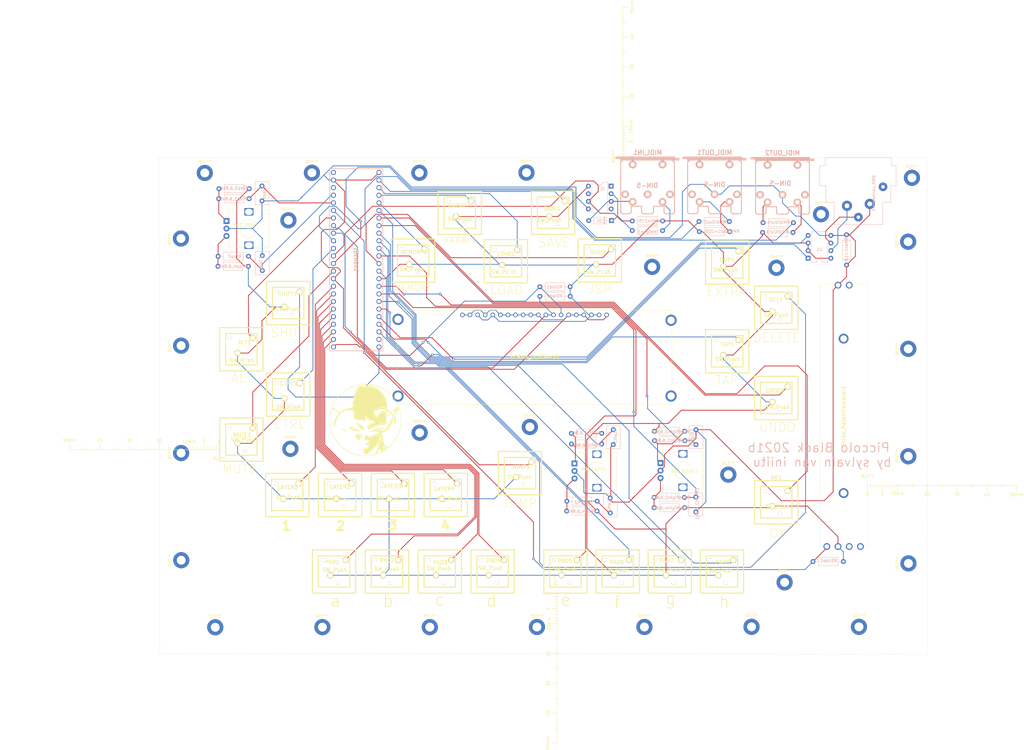
<source format=kicad_pcb>
(kicad_pcb (version 20171130) (host pcbnew "(5.1.9)-1")
  (layers (0 F.Cu signal) (31 B.Cu signal) (34 B.Paste user hide) (35 F.Paste user hide) (36 B.SilkS user) (37 F.SilkS user) (38 B.Mask user hide) (39 F.Mask user) (44 Edge.Cuts user))
  (net 0 "")
  (net 1 "Net-(ALT1-Pad2)")
  (net 2 "Net-(ALT1-Pad1)")
  (net 3 "Net-(CTRL1-Pad1)")
  (net 4 "Net-(D1-Pad2)")
  (net 5 "Net-(D1-Pad1)")
  (net 6 "Net-(ECRAN_OLED4x20-PadMH4)")
  (net 7 "Net-(ECRAN_OLED4x20-PadMH3)")
  (net 8 "Net-(ECRAN_OLED4x20-PadMH2)")
  (net 9 "Net-(ECRAN_OLED4x20-PadMH1)")
  (net 10 "Net-(ECRAN_OLED4x20-Pad8)")
  (net 11 "Net-(ECRAN_OLED4x20-Pad7)")
  (net 12 "Net-(J1-Pad4)")
  (net 13 "Net-(J1-Pad7)")
  (net 14 "Net-(J1-Pad6)")
  (net 15 GND)
  (net 16 "Net-(J1-Pad1)")
  (net 17 "Net-(JUMP1-Pad1)")
  (net 18 "Net-(KARAKT1-Pad1)")
  (net 19 "Net-(LAYER1-Pad1)")
  (net 20 "Net-(LAYER2-Pad1)")
  (net 21 "Net-(LAYER3-Pad1)")
  (net 22 "Net-(LAYER4-Pad1)")
  (net 23 "Net-(LOAD1-Pad1)")
  (net 24 "Net-(MEMORY1-Pad1)")
  (net 25 "Net-(MIDI_IN1-Pad1)")
  (net 26 "Net-(MIDI_IN1-Pad2)")
  (net 27 "Net-(MIDI_IN1-Pad4)")
  (net 28 "Net-(MIDI_IN1-Pad3)")
  (net 29 "Net-(MIDI_OUT1-Pad5)")
  (net 30 "Net-(MIDI_OUT1-Pad1)")
  (net 31 "Net-(MIDI_OUT1-Pad4)")
  (net 32 "Net-(MIDI_OUT1-Pad3)")
  (net 33 "Net-(MIDI_OUT2-Pad5)")
  (net 34 "Net-(MIDI_OUT2-Pad1)")
  (net 35 "Net-(MIDI_OUT2-Pad4)")
  (net 36 "Net-(MIDI_OUT2-Pad3)")
  (net 37 "Net-(MUTE1-Pad1)")
  (net 38 "Net-(OK1-Pad1)")
  (net 39 "Net-(PAD1-Pad1)")
  (net 40 "Net-(PAD2-Pad1)")
  (net 41 "Net-(PAD3-Pad1)")
  (net 42 "Net-(PAD4-Pad1)")
  (net 43 "Net-(PAD5-Pad1)")
  (net 44 "Net-(PAD6-Pad1)")
  (net 45 "Net-(PAD7-Pad1)")
  (net 46 "Net-(PAD8-Pad1)")
  (net 47 "Net-(DMX_connector1-Pad2)")
  (net 48 "Net-(DMX_connector1-Pad3)")
  (net 49 "Net-(Slide_Potentiometer1-Pad2)")
  (net 50 "Net-(Slide_Potentiometer1-Pad4)")
  (net 51 "Net-(Slide_Potentiometer1-Pad6)")
  (net 52 "Net-(Slide_Potentiometer1-PadMH1)")
  (net 53 "Net-(Slide_Potentiometer1-PadMH2)")
  (net 54 "Net-(TEENSY1-Pad28)")
  (net 55 "Net-(TEENSY1-Pad29)")
  (net 56 "Net-(TEENSY1-Pad53)")
  (net 57 "Net-(TEENSY1-Pad55)")
  (net 58 "Net-(CLeft1-Pad2)")
  (net 59 "Net-(CLeft2-Pad2)")
  (net 60 "Net-(CRight1-Pad2)")
  (net 61 "Net-(CTop1-Pad2)")
  (net 62 "Net-(CTop2-Pad2)")
  (net 63 "Net-(RLeft2-Pad1)")
  (net 64 "Net-(RMidiOut2-Pad1)")
  (net 65 "Net-(RMidiOut4-Pad1)")
  (net 66 "Net-(ROT_RIGHT1-PadB)")
  (net 67 "Net-(ROT_RIGHT1-PadA)")
  (net 68 "Net-(ROT_TOP1-PadB)")
  (net 69 "Net-(ROT_TOP1-PadA)")
  (net 70 "Net-(TEENSY1-Pad31)")
  (net 71 "Net-(DUP1-Pad1)")
  (net 72 "Net-(DUP2-Pad1)")
  (net 73 "Net-(RSlide1-Pad2)")
  (net 74 "Net-(DEL1-Pad1)")
  (net 75 "Net-(SAVE1-Pad1)")
  (net 76 "Net-(SHIFT1-Pad1)")
  (net 77 "Net-(TAP1-Pad1)")
  (net 78 "Net-(TEENSY1-Pad6)")
  (net 79 "Net-(CRight2_6.8k1-Pad2)")
  (net 80 "Net-(RLeft1_6.8k1-Pad1)")
  (module MountingHole:Trou3mm (layer F.Cu) (at 263.0424 57.912)
    (fp_text reference REF** (at 0 -3.7) (layer F.SilkS))
    (fp_text value Trou3mm)
    (pad 1 thru_hole circle (at 0 0) (size 5.4 5.4) (drill 3) (layers *.Cu *.Mask))
  )
  (module Connector_Audio:Jack_XLR_Neutrik_NC3FBH2_Horizontal (layer B.Cu) (at 279.3492 54.4576 90)
    (fp_text reference DMX_connector1 (at 3.5052 1.3208 90) (layer B.SilkS) (effects (justify mirror)))
    (fp_text value NC3FBH2)
    (pad 1 thru_hole circle (at 0 0 90) (size 3.4 3.4) (drill 1.6) (layers *.Cu *.Mask) (net 15 GND))
    (pad 2 thru_hole circle (at -0.635 -7.62 90) (size 3.4 3.4) (drill 1.6) (layers *.Cu *.Mask) (net 47 "Net-(DMX_connector1-Pad2)"))
    (pad 3 thru_hole circle (at -4.45 -3.81 90) (size 2.9 2.9) (drill 1.2) (layers *.Cu *.Mask) (net 48 "Net-(DMX_connector1-Pad3)"))
    (pad "" np_thru_hole circle (at 8.89 0 90) (size 1.6 1.6) (drill 1.6) (layers *.Cu *.Mask))
    (pad "" np_thru_hole circle (at 3.81 -7.62 90) (size 1.6 1.6) (drill 1.6) (layers *.Cu *.Mask))
    (pad G thru_hole circle (at 5.72 4.44 90) (size 2.9 2.9) (drill 1.2) (layers *.Cu *.Mask))
  )
  (module MountingHole:Trou3mm (layer F.Cu) (at 292.3032 174.8028 90)
    (fp_text reference REF** (at 0 -3.7 90) (layer F.SilkS))
    (fp_text value Trou3mm)
    (pad 1 thru_hole circle (at 0 0 90) (size 5.4 5.4) (drill 3) (layers *.Cu *.Mask))
  )
  (module MountingHole:Trou3mm (layer F.Cu) (at 292.2524 138.938 90)
    (fp_text reference REF** (at 0 -3.7 90) (layer F.SilkS))
    (fp_text value Trou3mm)
    (pad 1 thru_hole circle (at 0 0 90) (size 5.4 5.4) (drill 3) (layers *.Cu *.Mask))
  )
  (module MountingHole:Trou3mm (layer F.Cu) (at 292.2016 67.1068 90)
    (fp_text reference REF** (at 0 -3.7 90) (layer F.SilkS))
    (fp_text value Trou3mm)
    (pad 1 thru_hole circle (at 0 0 90) (size 5.4 5.4) (drill 3) (layers *.Cu *.Mask))
  )
  (module MountingHole:Trou3mm (layer F.Cu) (at 292.2524 102.9716 90)
    (fp_text reference REF** (at 0 -3.7 90) (layer F.SilkS))
    (fp_text value Trou3mm)
    (pad 1 thru_hole circle (at 0 0 90) (size 5.4 5.4) (drill 3) (layers *.Cu *.Mask))
  )
  (module MountingHole:Trou3mm (layer F.Cu) (at 48.8696 173.736 90)
    (fp_text reference REF** (at 0 -3.7 90) (layer F.SilkS))
    (fp_text value Trou3mm)
    (pad 1 thru_hole circle (at 0 0 90) (size 5.4 5.4) (drill 3) (layers *.Cu *.Mask))
  )
  (module MountingHole:Trou3mm (layer F.Cu) (at 48.8188 137.8712 90)
    (fp_text reference REF** (at 0 -3.7 90) (layer F.SilkS))
    (fp_text value Trou3mm)
    (pad 1 thru_hole circle (at 0 0 90) (size 5.4 5.4) (drill 3) (layers *.Cu *.Mask))
  )
  (module MountingHole:Trou3mm (layer F.Cu) (at 48.768 66.04 90)
    (fp_text reference REF** (at 0 -3.7 90) (layer F.SilkS))
    (fp_text value Trou3mm)
    (pad 1 thru_hole circle (at 0 0 90) (size 5.4 5.4) (drill 3) (layers *.Cu *.Mask))
  )
  (module MountingHole:Trou3mm (layer F.Cu) (at 48.8188 101.9048 90)
    (fp_text reference REF** (at 0 -3.7 90) (layer F.SilkS))
    (fp_text value Trou3mm)
    (pad 1 thru_hole circle (at 0 0 90) (size 5.4 5.4) (drill 3) (layers *.Cu *.Mask))
  )
  (module MountingHole:Trou3mm (layer F.Cu) (at 56.7436 44.0944)
    (fp_text reference REF** (at 0 -3.7) (layer F.SilkS))
    (fp_text value Trou3mm)
    (pad 1 thru_hole circle (at 0 0) (size 5.4 5.4) (drill 3) (layers *.Cu *.Mask))
  )
  (module MountingHole:Trou3mm (layer F.Cu) (at 92.6084 44.0436)
    (fp_text reference REF** (at 0 -3.7) (layer F.SilkS))
    (fp_text value Trou3mm)
    (pad 1 thru_hole circle (at 0 0) (size 5.4 5.4) (drill 3) (layers *.Cu *.Mask))
  )
  (module MountingHole:Trou3mm (layer F.Cu) (at 248.1072 75.8444)
    (fp_text reference REF** (at 0 -3.7) (layer F.SilkS))
    (fp_text value Trou3mm)
    (pad 1 thru_hole circle (at 0 0) (size 5.4 5.4) (drill 3) (layers *.Cu *.Mask))
  )
  (module MountingHole:Trou3mm (layer F.Cu) (at 164.4396 43.9928)
    (fp_text reference REF** (at 0 -3.7) (layer F.SilkS))
    (fp_text value Trou3mm)
    (pad 1 thru_hole circle (at 0 0) (size 5.4 5.4) (drill 3) (layers *.Cu *.Mask))
  )
  (module MountingHole:Trou3mm (layer F.Cu) (at 206.502 75.5396)
    (fp_text reference REF** (at 0 -3.7) (layer F.SilkS))
    (fp_text value Trou3mm)
    (pad 1 thru_hole circle (at 0 0) (size 5.4 5.4) (drill 3) (layers *.Cu *.Mask))
  )
  (module MountingHole:Trou3mm (layer F.Cu) (at 128.5748 44.0436)
    (fp_text reference REF** (at 0 -3.7) (layer F.SilkS))
    (fp_text value Trou3mm)
    (pad 1 thru_hole circle (at 0 0) (size 5.4 5.4) (drill 3) (layers *.Cu *.Mask))
  )
  (module MountingHole:Trou3mm (layer F.Cu) (at 239.776 196.0372)
    (fp_text reference REF** (at 0 -3.7) (layer F.SilkS))
    (fp_text value Trou3mm)
    (pad 1 thru_hole circle (at 0 0) (size 5.4 5.4) (drill 3) (layers *.Cu *.Mask))
  )
  (module MountingHole:Trou3mm (layer F.Cu) (at 275.7424 196.0372)
    (fp_text reference REF** (at 0 -3.7) (layer F.SilkS))
    (fp_text value Trou3mm)
    (pad 1 thru_hole circle (at 0 0) (size 5.4 5.4) (drill 3) (layers *.Cu *.Mask))
  )
  (module MountingHole:Trou3mm (layer F.Cu) (at 167.9448 196.088)
    (fp_text reference REF** (at 0 -3.7) (layer F.SilkS))
    (fp_text value Trou3mm)
    (pad 1 thru_hole circle (at 0 0) (size 5.4 5.4) (drill 3) (layers *.Cu *.Mask))
  )
  (module MountingHole:Trou3mm (layer F.Cu) (at 203.9112 196.088)
    (fp_text reference REF** (at 0 -3.7) (layer F.SilkS))
    (fp_text value Trou3mm)
    (pad 1 thru_hole circle (at 0 0) (size 5.4 5.4) (drill 3) (layers *.Cu *.Mask))
  )
  (module MountingHole:Trou3mm (layer F.Cu) (at 132.08 196.1388)
    (fp_text reference REF** (at 0 -3.7) (layer F.SilkS))
    (fp_text value Trou3mm)
    (pad 1 thru_hole circle (at 0 0) (size 5.4 5.4) (drill 3) (layers *.Cu *.Mask))
  )
  (module MountingHole:Trou3mm (layer F.Cu) (at 293.4716 45.72)
    (fp_text reference REF** (at 0 -3.7) (layer F.SilkS))
    (fp_text value Trou3mm)
    (pad 1 thru_hole circle (at 0 0) (size 5.4 5.4) (drill 3) (layers *.Cu *.Mask))
  )
  (module MountingHole:Trou3mm (layer F.Cu) (at 250.8504 181.1528)
    (fp_text reference REF** (at 0 -3.7) (layer F.SilkS))
    (fp_text value Trou3mm)
    (pad 1 thru_hole circle (at 0 0) (size 5.4 5.4) (drill 3) (layers *.Cu *.Mask))
  )
  (module MountingHole:Trou3mm (layer F.Cu) (at 96.1136 196.1388)
    (fp_text reference REF** (at 0 -3.7) (layer F.SilkS))
    (fp_text value Trou3mm)
    (pad 1 thru_hole circle (at 0 0) (size 5.4 5.4) (drill 3) (layers *.Cu *.Mask))
  )
  (module Calibration_Scale:Gauge_50mm_Type1_SilkScreenTop (layer F.Cu) (at 174.7012 184.9628 270)
    (fp_text reference REF** (at -4.7244 0.508 90) (layer F.SilkS))
    (fp_text value Gauge_50mm_Type1_SilkScreenTop)
    (fp_text user 50mm (at 49.9999 3.10134 90) (layer F.SilkS))
    (fp_text user 40 (at 39.99992 3.10134 90) (layer F.SilkS))
    (fp_text user 30 (at 29.99994 2.99974 90) (layer F.SilkS))
    (fp_text user 20 (at 20.09902 2.90068 90) (layer F.SilkS))
    (fp_text user 5 (at 4.99872 2.90068 90) (layer F.SilkS))
    (fp_text user 0 (at 0 2.79908 90) (layer F.SilkS))
    (fp_text user 10mm (at 9.99998 2.70002 90) (layer F.SilkS))
  )
  (module Calibration_Scale:Gauge_50mm_Type1_SilkScreenTop (layer F.Cu) (at 196.6976 38.608 90)
    (fp_text reference REF** (at 0 -2.99974 90) (layer F.SilkS))
    (fp_text value Gauge_50mm_Type1_SilkScreenTop)
    (fp_text user 10mm (at 9.99998 2.70002 90) (layer F.SilkS))
    (fp_text user 0 (at 0 2.79908 90) (layer F.SilkS))
    (fp_text user 5 (at 4.99872 2.90068 90) (layer F.SilkS))
    (fp_text user 20 (at 20.09902 2.90068 90) (layer F.SilkS))
    (fp_text user 30 (at 29.99994 2.99974 90) (layer F.SilkS))
    (fp_text user 40 (at 39.99992 3.10134 90) (layer F.SilkS))
    (fp_text user 50mm (at 49.9999 3.10134 90) (layer F.SilkS))
  )
  (module Calibration_Scale:Gauge_50mm_Type1_SilkScreenTop (layer F.Cu) (at 61.5696 136.7028 180)
    (fp_text reference REF** (at 0 -2.99974) (layer F.SilkS))
    (fp_text value Gauge_50mm_Type1_SilkScreenTop)
    (fp_text user 50mm (at 49.9999 3.10134) (layer F.SilkS))
    (fp_text user 40 (at 39.99992 3.10134) (layer F.SilkS))
    (fp_text user 30 (at 29.99994 2.99974) (layer F.SilkS))
    (fp_text user 20 (at 20.09902 2.90068) (layer F.SilkS))
    (fp_text user 5 (at 4.99872 2.90068) (layer F.SilkS))
    (fp_text user 0 (at 0 2.79908) (layer F.SilkS))
    (fp_text user 10mm (at 9.99998 2.70002) (layer F.SilkS))
  )
  (module Calibration_Scale:Gauge_50mm_Type1_SilkScreenTop (layer F.Cu) (at 278.5872 148.6916)
    (fp_text reference REF** (at 0 -2.99974) (layer F.SilkS))
    (fp_text value Gauge_50mm_Type1_SilkScreenTop)
    (fp_text user 10mm (at 9.99998 2.70002) (layer F.SilkS))
    (fp_text user 0 (at 0 2.79908) (layer F.SilkS))
    (fp_text user 5 (at 4.99872 2.90068) (layer F.SilkS))
    (fp_text user 20 (at 20.09902 2.90068) (layer F.SilkS))
    (fp_text user 30 (at 29.99994 2.99974) (layer F.SilkS))
    (fp_text user 40 (at 39.99992 3.10134) (layer F.SilkS))
    (fp_text user 50mm (at 49.9999 3.10134) (layer F.SilkS))
  )
  (module MountingHole:Trou3mm (layer F.Cu) (at 128.6764 131.064)
    (fp_text reference REF** (at 0 -3.7) (layer F.SilkS))
    (fp_text value Trou3mm)
    (pad 1 thru_hole circle (at 0 0) (size 5.4 5.4) (drill 3) (layers *.Cu *.Mask))
  )
  (module MountingHole:Trou3mm (layer F.Cu) (at 60.2488 196.1896)
    (fp_text reference REF** (at 0 -3.7) (layer F.SilkS))
    (fp_text value Trou3mm)
    (pad 1 thru_hole circle (at 0 0) (size 5.4 5.4) (drill 3) (layers *.Cu *.Mask))
  )
  (module MountingHole:Trou3mm (layer F.Cu) (at 165.5572 129.1336)
    (fp_text reference REF** (at 0 -3.7) (layer F.SilkS))
    (fp_text value Trou3mm)
    (pad 1 thru_hole circle (at 0 0) (size 5.4 5.4) (drill 3) (layers *.Cu *.Mask))
  )
  (module MountingHole:Trou3mm (layer F.Cu) (at 232.0036 145.0848)
    (fp_text reference REF** (at 0 -3.7) (layer F.SilkS))
    (fp_text value Trou3mm)
    (pad 1 thru_hole circle (at 0 0) (size 5.4 5.4) (drill 3) (layers *.Cu *.Mask))
  )
  (module MountingHole:Trou3mm (layer F.Cu) (at 84.7344 59.944)
    (fp_text reference REF** (at 0 -3.7) (layer F.SilkS))
    (fp_text value Trou3mm)
    (pad 1 thru_hole circle (at 0 0) (size 5.4 5.4) (drill 3) (layers *.Cu *.Mask))
  )
  (module MountingHole:Trou3mm (layer F.Cu) (at 85.3948 136.4488)
    (fp_text reference REF** (at 0 -3.7) (layer F.SilkS))
    (fp_text value Trou3mm)
    (pad 1 thru_hole circle (at 0 0) (size 5.4 5.4) (drill 3) (layers *.Cu *.Mask))
  )
  (module "KiCad libraries:piccolo 8" (layer F.Cu) (at 110.49 126.746)
    (fp_text reference G*** hide)
    (fp_text value LOGO hide)
  )
  (module "NHD oled:NHD0420CWAW3" (layer F.Cu) (at 167.132 105.664)
    (fp_text reference ECRAN_OLED4x20 (at 0 0) (layer F.SilkS) (effects (font (size 1.27 1.27) (thickness 0.254))))
    (fp_text value NHD-0420CW-AW3 hide)
    (pad MH4 thru_hole circle (at 45.7 -12.25) (size 3.75 3.75) (drill 2.5) (layers *.Cu *.Mask) (net 6 "Net-(ECRAN_OLED4x20-PadMH4)"))
    (pad MH3 thru_hole circle (at 45.7 13.11) (size 3.75 3.75) (drill 2.5) (layers *.Cu *.Mask) (net 7 "Net-(ECRAN_OLED4x20-PadMH3)"))
    (pad MH2 thru_hole circle (at -45.7 13.11) (size 3.75 3.75) (drill 2.5) (layers *.Cu *.Mask) (net 8 "Net-(ECRAN_OLED4x20-PadMH2)"))
    (pad MH1 thru_hole circle (at -45.7 -12.55) (size 3.75 3.75) (drill 2.5) (layers *.Cu *.Mask) (net 9 "Net-(ECRAN_OLED4x20-PadMH1)"))
    (pad 20 thru_hole circle (at -24.13 -14.05) (size 1.5 1.5) (drill 1) (layers *.Cu *.Mask) (net 15 GND))
    (pad 19 thru_hole circle (at -21.59 -14.05) (size 1.5 1.5) (drill 1) (layers *.Cu *.Mask) (net 15 GND))
    (pad 18 thru_hole circle (at -19.05 -14.05) (size 1.5 1.5) (drill 1) (layers *.Cu *.Mask) (net 1 "Net-(ALT1-Pad2)"))
    (pad 17 thru_hole circle (at -16.51 -14.05) (size 1.5 1.5) (drill 1) (layers *.Cu *.Mask) (net 15 GND))
    (pad 16 thru_hole circle (at -13.97 -14.05) (size 1.5 1.5) (drill 1) (layers *.Cu *.Mask) (net 1 "Net-(ALT1-Pad2)"))
    (pad 15 thru_hole circle (at -11.43 -14.05) (size 1.5 1.5) (drill 1) (layers *.Cu *.Mask) (net 15 GND))
    (pad 14 thru_hole circle (at -8.89 -14.05) (size 1.5 1.5) (drill 1) (layers *.Cu *.Mask) (net 15 GND))
    (pad 13 thru_hole circle (at -6.35 -14.05) (size 1.5 1.5) (drill 1) (layers *.Cu *.Mask) (net 15 GND))
    (pad 12 thru_hole circle (at -3.81 -14.05) (size 1.5 1.5) (drill 1) (layers *.Cu *.Mask) (net 15 GND))
    (pad 11 thru_hole circle (at -1.27 -14.05) (size 1.5 1.5) (drill 1) (layers *.Cu *.Mask) (net 15 GND))
    (pad 10 thru_hole circle (at 1.27 -14.05) (size 1.5 1.5) (drill 1) (layers *.Cu *.Mask) (net 15 GND))
    (pad 9 thru_hole circle (at 3.81 -14.05) (size 1.5 1.5) (drill 1) (layers *.Cu *.Mask) (net 10 "Net-(ECRAN_OLED4x20-Pad8)"))
    (pad 8 thru_hole circle (at 6.35 -14.05) (size 1.5 1.5) (drill 1) (layers *.Cu *.Mask) (net 10 "Net-(ECRAN_OLED4x20-Pad8)"))
    (pad 7 thru_hole circle (at 8.89 -14.05) (size 1.5 1.5) (drill 1) (layers *.Cu *.Mask) (net 11 "Net-(ECRAN_OLED4x20-Pad7)"))
    (pad 6 thru_hole circle (at 11.43 -14.05) (size 1.5 1.5) (drill 1) (layers *.Cu *.Mask) (net 15 GND))
    (pad 5 thru_hole circle (at 13.97 -14.05) (size 1.5 1.5) (drill 1) (layers *.Cu *.Mask) (net 15 GND))
    (pad 4 thru_hole circle (at 16.51 -14.05) (size 1.5 1.5) (drill 1) (layers *.Cu *.Mask) (net 15 GND))
    (pad 3 thru_hole circle (at 19.05 -14.05) (size 1.5 1.5) (drill 1) (layers *.Cu *.Mask) (net 1 "Net-(ALT1-Pad2)"))
    (pad 2 thru_hole circle (at 21.59 -14.05) (size 1.5 1.5) (drill 1) (layers *.Cu *.Mask) (net 1 "Net-(ALT1-Pad2)"))
    (pad 1 thru_hole circle (at 24.13 -14.05) (size 1.5 1.5) (drill 1) (layers *.Cu *.Mask) (net 15 GND))
  )
  (module w_switch:PCB_PUSH2 (layer F.Cu) (at 248.0437 89.2048)
    (fp_text reference DEL1 (at -0.0381 -2.6924) (layer F.SilkS) (effects (font (size 1.27 1.27) (thickness 0.25146))))
    (fp_text value SW_Push (at -0.0381 2.4384) (layer F.SilkS) (effects (font (size 1.27 1.27) (thickness 0.254))))
    (pad "" thru_hole circle (at -3.81 -3.81) (size 1.2192 1.2192) (drill 1.2192) (layers *.Cu *.Mask F.SilkS))
    (pad "" thru_hole circle (at 1.24968 3.81) (size 1.2192 1.2192) (drill 1.2192) (layers *.Cu *.Mask F.SilkS))
    (pad 2 thru_hole circle (at -1.27 1.27) (size 1.99898 1.99898) (drill 1.2192) (layers *.Cu *.Mask F.SilkS) (net 1 "Net-(ALT1-Pad2)"))
    (pad 1 thru_hole circle (at 3.81 -3.81) (size 1.99898 1.99898) (drill 1.2192) (layers *.Cu *.Mask F.SilkS) (net 74 "Net-(DEL1-Pad1)"))
  )
  (module w_switch:PCB_PUSH2 (layer F.Cu) (at 248.0437 119.4435)
    (fp_text reference UNDO1 (at -0.2413 -2.5019) (layer F.SilkS) (effects (font (size 1.27 1.27) (thickness 0.25146))))
    (fp_text value SW_Push (at 0.4699 2.9845) (layer F.SilkS) (effects (font (size 1.27 1.27) (thickness 0.254))))
    (pad "" thru_hole circle (at -3.81 -3.81) (size 1.2192 1.2192) (drill 1.2192) (layers *.Cu *.Mask F.SilkS))
    (pad "" thru_hole circle (at 1.24968 3.81) (size 1.2192 1.2192) (drill 1.2192) (layers *.Cu *.Mask F.SilkS))
    (pad 2 thru_hole circle (at -1.27 1.27) (size 1.99898 1.99898) (drill 1.2192) (layers *.Cu *.Mask F.SilkS) (net 1 "Net-(ALT1-Pad2)"))
    (pad 1 thru_hole circle (at 3.81 -3.81) (size 1.99898 1.99898) (drill 1.2192) (layers *.Cu *.Mask F.SilkS) (net 78 "Net-(TEENSY1-Pad6)"))
  )
  (module w_switch:PCB_PUSH2 (layer F.Cu) (at 231.6226 103.7971)
    (fp_text reference TAP1 (at 0.0762 -2.2987) (layer F.SilkS) (effects (font (size 1.27 1.27) (thickness 0.25146))))
    (fp_text value SW_Push (at 0.127 2.6289) (layer F.SilkS) (effects (font (size 1.27 1.27) (thickness 0.254))))
    (pad "" thru_hole circle (at -3.81 -3.81) (size 1.2192 1.2192) (drill 1.2192) (layers *.Cu *.Mask F.SilkS))
    (pad "" thru_hole circle (at 1.24968 3.81) (size 1.2192 1.2192) (drill 1.2192) (layers *.Cu *.Mask F.SilkS))
    (pad 2 thru_hole circle (at -1.27 1.27) (size 1.99898 1.99898) (drill 1.2192) (layers *.Cu *.Mask F.SilkS) (net 1 "Net-(ALT1-Pad2)"))
    (pad 1 thru_hole circle (at 3.81 -3.81) (size 1.99898 1.99898) (drill 1.2192) (layers *.Cu *.Mask F.SilkS) (net 77 "Net-(TAP1-Pad1)"))
  )
  (module w_switch:PCB_PUSH2 (layer F.Cu) (at 84.6709 87.6554)
    (fp_text reference SHIFT1 (at -0.2413 -3.0734) (layer F.SilkS) (effects (font (size 1.27 1.27) (thickness 0.25146))))
    (fp_text value SW_Push (at -0.1397 2.0066) (layer F.SilkS) (effects (font (size 1.27 1.27) (thickness 0.254))))
    (pad "" thru_hole circle (at -3.81 -3.81) (size 1.2192 1.2192) (drill 1.2192) (layers *.Cu *.Mask F.SilkS))
    (pad "" thru_hole circle (at 1.24968 3.81) (size 1.2192 1.2192) (drill 1.2192) (layers *.Cu *.Mask F.SilkS))
    (pad 2 thru_hole circle (at -1.27 1.27) (size 1.99898 1.99898) (drill 1.2192) (layers *.Cu *.Mask F.SilkS) (net 1 "Net-(ALT1-Pad2)"))
    (pad 1 thru_hole circle (at 3.81 -3.81) (size 1.99898 1.99898) (drill 1.2192) (layers *.Cu *.Mask F.SilkS) (net 76 "Net-(SHIFT1-Pad1)"))
  )
  (module w_switch:PCB_PUSH2 (layer F.Cu) (at 173.355 57.404)
    (fp_text reference SAVE1 (at -0.381 -1.3208) (layer F.SilkS) (effects (font (size 1.27 1.27) (thickness 0.25146))))
    (fp_text value SW_Push (at -1.2954 2.4892) (layer F.SilkS) (effects (font (size 1.27 1.27) (thickness 0.254))))
    (pad "" thru_hole circle (at -3.81 -3.81) (size 1.2192 1.2192) (drill 1.2192) (layers *.Cu *.Mask F.SilkS))
    (pad "" thru_hole circle (at 1.24968 3.81) (size 1.2192 1.2192) (drill 1.2192) (layers *.Cu *.Mask F.SilkS))
    (pad 2 thru_hole circle (at -1.27 1.27) (size 1.99898 1.99898) (drill 1.2192) (layers *.Cu *.Mask F.SilkS) (net 1 "Net-(ALT1-Pad2)"))
    (pad 1 thru_hole circle (at 3.81 -3.81) (size 1.99898 1.99898) (drill 1.2192) (layers *.Cu *.Mask F.SilkS) (net 75 "Net-(SAVE1-Pad1)"))
  )
  (module w_switch:PCB_PUSH2 (layer F.Cu) (at 229.874645 177.5079)
    (fp_text reference PAD8 (at 0.198555 -3.1115) (layer F.SilkS) (effects (font (size 1.27 1.27) (thickness 0.25146))))
    (fp_text value SW_Push (at -0.563445 -0.3175) (layer F.SilkS) (effects (font (size 1.27 1.27) (thickness 0.254))))
    (pad "" thru_hole circle (at -3.81 -3.81) (size 1.2192 1.2192) (drill 1.2192) (layers *.Cu *.Mask F.SilkS))
    (pad "" thru_hole circle (at 1.24968 3.81) (size 1.2192 1.2192) (drill 1.2192) (layers *.Cu *.Mask F.SilkS))
    (pad 2 thru_hole circle (at -1.27 1.27) (size 1.99898 1.99898) (drill 1.2192) (layers *.Cu *.Mask F.SilkS) (net 1 "Net-(ALT1-Pad2)"))
    (pad 1 thru_hole circle (at 3.81 -3.81) (size 1.99898 1.99898) (drill 1.2192) (layers *.Cu *.Mask F.SilkS) (net 46 "Net-(PAD8-Pad1)"))
  )
  (module w_switch:PCB_PUSH2 (layer F.Cu) (at 212.41483 177.5079)
    (fp_text reference PAD7 (at -1.03603 -3.6195) (layer F.SilkS) (effects (font (size 1.27 1.27) (thickness 0.25146))))
    (fp_text value SW_Push (at -0.02003 -0.5207) (layer F.SilkS) (effects (font (size 1.27 1.27) (thickness 0.254))))
    (pad "" thru_hole circle (at -3.81 -3.81) (size 1.2192 1.2192) (drill 1.2192) (layers *.Cu *.Mask F.SilkS))
    (pad "" thru_hole circle (at 1.24968 3.81) (size 1.2192 1.2192) (drill 1.2192) (layers *.Cu *.Mask F.SilkS))
    (pad 2 thru_hole circle (at -1.27 1.27) (size 1.99898 1.99898) (drill 1.2192) (layers *.Cu *.Mask F.SilkS) (net 1 "Net-(ALT1-Pad2)"))
    (pad 1 thru_hole circle (at 3.81 -3.81) (size 1.99898 1.99898) (drill 1.2192) (layers *.Cu *.Mask F.SilkS) (net 45 "Net-(PAD7-Pad1)"))
  )
  (module w_switch:PCB_PUSH2 (layer F.Cu) (at 194.955015 177.5079)
    (fp_text reference PAD6 (at -0.289415 -3.1115) (layer F.SilkS) (effects (font (size 1.27 1.27) (thickness 0.25146))))
    (fp_text value SW_Push (at -0.340215 -0.4191) (layer F.SilkS) (effects (font (size 1.27 1.27) (thickness 0.254))))
    (pad "" thru_hole circle (at -3.81 -3.81) (size 1.2192 1.2192) (drill 1.2192) (layers *.Cu *.Mask F.SilkS))
    (pad "" thru_hole circle (at 1.24968 3.81) (size 1.2192 1.2192) (drill 1.2192) (layers *.Cu *.Mask F.SilkS))
    (pad 2 thru_hole circle (at -1.27 1.27) (size 1.99898 1.99898) (drill 1.2192) (layers *.Cu *.Mask F.SilkS) (net 1 "Net-(ALT1-Pad2)"))
    (pad 1 thru_hole circle (at 3.81 -3.81) (size 1.99898 1.99898) (drill 1.2192) (layers *.Cu *.Mask F.SilkS) (net 44 "Net-(PAD6-Pad1)"))
  )
  (module w_switch:PCB_PUSH2 (layer F.Cu) (at 177.4952 177.5079)
    (fp_text reference PAD5 (at -0.2032 -3.5179) (layer F.SilkS) (effects (font (size 1.27 1.27) (thickness 0.25146))))
    (fp_text value SW_Push (at -0.254 -0.8763) (layer F.SilkS) (effects (font (size 1.27 1.27) (thickness 0.254))))
    (pad "" thru_hole circle (at -3.81 -3.81) (size 1.2192 1.2192) (drill 1.2192) (layers *.Cu *.Mask F.SilkS))
    (pad "" thru_hole circle (at 1.24968 3.81) (size 1.2192 1.2192) (drill 1.2192) (layers *.Cu *.Mask F.SilkS))
    (pad 2 thru_hole circle (at -1.27 1.27) (size 1.99898 1.99898) (drill 1.2192) (layers *.Cu *.Mask F.SilkS) (net 1 "Net-(ALT1-Pad2)"))
    (pad 1 thru_hole circle (at 3.81 -3.81) (size 1.99898 1.99898) (drill 1.2192) (layers *.Cu *.Mask F.SilkS) (net 43 "Net-(PAD5-Pad1)"))
  )
  (module w_switch:PCB_PUSH2 (layer F.Cu) (at 153.1112 177.5079)
    (fp_text reference PAD4 (at 0.3556 -3.6195) (layer F.SilkS) (effects (font (size 1.27 1.27) (thickness 0.25146))))
    (fp_text value SW_Push (at -0.762 -1.1811) (layer F.SilkS) (effects (font (size 1.27 1.27) (thickness 0.254))))
    (pad "" thru_hole circle (at -3.81 -3.81) (size 1.2192 1.2192) (drill 1.2192) (layers *.Cu *.Mask F.SilkS))
    (pad "" thru_hole circle (at 1.24968 3.81) (size 1.2192 1.2192) (drill 1.2192) (layers *.Cu *.Mask F.SilkS))
    (pad 2 thru_hole circle (at -1.27 1.27) (size 1.99898 1.99898) (drill 1.2192) (layers *.Cu *.Mask F.SilkS) (net 1 "Net-(ALT1-Pad2)"))
    (pad 1 thru_hole circle (at 3.81 -3.81) (size 1.99898 1.99898) (drill 1.2192) (layers *.Cu *.Mask F.SilkS) (net 42 "Net-(PAD4-Pad1)"))
  )
  (module w_switch:PCB_PUSH2 (layer F.Cu) (at 135.415866 177.5079)
    (fp_text reference PAD3 (at 0.118534 -3.0607) (layer F.SilkS) (effects (font (size 1.27 1.27) (thickness 0.25146))))
    (fp_text value SW_Push (at -0.287866 -0.9779) (layer F.SilkS) (effects (font (size 1.27 1.27) (thickness 0.254))))
    (pad "" thru_hole circle (at -3.81 -3.81) (size 1.2192 1.2192) (drill 1.2192) (layers *.Cu *.Mask F.SilkS))
    (pad "" thru_hole circle (at 1.24968 3.81) (size 1.2192 1.2192) (drill 1.2192) (layers *.Cu *.Mask F.SilkS))
    (pad 2 thru_hole circle (at -1.27 1.27) (size 1.99898 1.99898) (drill 1.2192) (layers *.Cu *.Mask F.SilkS) (net 1 "Net-(ALT1-Pad2)"))
    (pad 1 thru_hole circle (at 3.81 -3.81) (size 1.99898 1.99898) (drill 1.2192) (layers *.Cu *.Mask F.SilkS) (net 41 "Net-(PAD3-Pad1)"))
  )
  (module w_switch:PCB_PUSH2 (layer F.Cu) (at 117.720533 177.5079)
    (fp_text reference PAD2 (at 0.033867 -3.6703) (layer F.SilkS) (effects (font (size 1.27 1.27) (thickness 0.25146))))
    (fp_text value SW_Push (at -0.118533 -0.8763) (layer F.SilkS) (effects (font (size 1.27 1.27) (thickness 0.254))))
    (pad "" thru_hole circle (at -3.81 -3.81) (size 1.2192 1.2192) (drill 1.2192) (layers *.Cu *.Mask F.SilkS))
    (pad "" thru_hole circle (at 1.24968 3.81) (size 1.2192 1.2192) (drill 1.2192) (layers *.Cu *.Mask F.SilkS))
    (pad 2 thru_hole circle (at -1.27 1.27) (size 1.99898 1.99898) (drill 1.2192) (layers *.Cu *.Mask F.SilkS) (net 1 "Net-(ALT1-Pad2)"))
    (pad 1 thru_hole circle (at 3.81 -3.81) (size 1.99898 1.99898) (drill 1.2192) (layers *.Cu *.Mask F.SilkS) (net 40 "Net-(PAD2-Pad1)"))
  )
  (module w_switch:PCB_PUSH2 (layer F.Cu) (at 100.0252 177.5079)
    (fp_text reference PAD1 (at -0.6096 -3.2131) (layer F.SilkS) (effects (font (size 1.27 1.27) (thickness 0.25146))))
    (fp_text value SW_Push (at 0.254 -0.5715) (layer F.SilkS) (effects (font (size 1.27 1.27) (thickness 0.254))))
    (pad "" thru_hole circle (at -3.81 -3.81) (size 1.2192 1.2192) (drill 1.2192) (layers *.Cu *.Mask F.SilkS))
    (pad "" thru_hole circle (at 1.24968 3.81) (size 1.2192 1.2192) (drill 1.2192) (layers *.Cu *.Mask F.SilkS))
    (pad 2 thru_hole circle (at -1.27 1.27) (size 1.99898 1.99898) (drill 1.2192) (layers *.Cu *.Mask F.SilkS) (net 1 "Net-(ALT1-Pad2)"))
    (pad 1 thru_hole circle (at 3.81 -3.81) (size 1.99898 1.99898) (drill 1.2192) (layers *.Cu *.Mask F.SilkS) (net 39 "Net-(PAD1-Pad1)"))
  )
  (module w_switch:PCB_PUSH2 (layer F.Cu) (at 248.0437 154.3431)
    (fp_text reference OK1 (at 0 -8.24992) (layer F.SilkS) (effects (font (size 1.27 1.27) (thickness 0.25146))))
    (fp_text value SW_Push (at 0.4699 1.4605) (layer F.SilkS) (effects (font (size 1.27 1.27) (thickness 0.254))))
    (pad "" thru_hole circle (at -3.81 -3.81) (size 1.2192 1.2192) (drill 1.2192) (layers *.Cu *.Mask F.SilkS))
    (pad "" thru_hole circle (at 1.24968 3.81) (size 1.2192 1.2192) (drill 1.2192) (layers *.Cu *.Mask F.SilkS))
    (pad 2 thru_hole circle (at -1.27 1.27) (size 1.99898 1.99898) (drill 1.2192) (layers *.Cu *.Mask F.SilkS) (net 1 "Net-(ALT1-Pad2)"))
    (pad 1 thru_hole circle (at 3.81 -3.81) (size 1.99898 1.99898) (drill 1.2192) (layers *.Cu *.Mask F.SilkS) (net 38 "Net-(OK1-Pad1)"))
  )
  (module w_switch:PCB_PUSH2 (layer F.Cu) (at 68.9864 133.35)
    (fp_text reference MUTE1 (at 0.254 -1.5748) (layer F.SilkS) (effects (font (size 1.27 1.27) (thickness 0.25146))))
    (fp_text value SW_Push (at 0.5588 0.0508) (layer F.SilkS) (effects (font (size 1.27 1.27) (thickness 0.254))))
    (pad "" thru_hole circle (at -3.81 -3.81) (size 1.2192 1.2192) (drill 1.2192) (layers *.Cu *.Mask F.SilkS))
    (pad "" thru_hole circle (at 1.24968 3.81) (size 1.2192 1.2192) (drill 1.2192) (layers *.Cu *.Mask F.SilkS))
    (pad 2 thru_hole circle (at -1.27 1.27) (size 1.99898 1.99898) (drill 1.2192) (layers *.Cu *.Mask F.SilkS) (net 1 "Net-(ALT1-Pad2)"))
    (pad 1 thru_hole circle (at 3.81 -3.81) (size 1.99898 1.99898) (drill 1.2192) (layers *.Cu *.Mask F.SilkS) (net 37 "Net-(MUTE1-Pad1)"))
  )
  (module w_conn_av:din-5 (layer B.Cu) (at 250.1392 48.4124)
    (fp_text reference MIDI_OUT2 (at 0 -11.00074) (layer B.SilkS) (effects (font (size 1.524 1.524) (thickness 0.3048)) (justify mirror)))
    (fp_text value DIN-5 (at -0.7112 -0.8128) (layer B.SilkS) (effects (font (size 1.524 1.524) (thickness 0.3048)) (justify mirror)))
    (pad "" np_thru_hole circle (at -5.00126 -6.9977) (size 2.49936 2.49936) (drill 1.397) (layers *.Cu *.Mask B.SilkS))
    (pad "" np_thru_hole circle (at 5.00126 -6.9977) (size 2.49936 2.49936) (drill 1.397) (layers *.Cu *.Mask B.SilkS))
    (pad 5 thru_hole circle (at -4.99618 5.4991) (size 2.49936 2.49936) (drill 1.397) (layers *.Cu *.SilkS *.Mask) (net 33 "Net-(MIDI_OUT2-Pad5)"))
    (pad 1 thru_hole circle (at 7.49808 2.9972) (size 2.49936 2.49936) (drill 1.397) (layers *.Cu *.SilkS *.Mask) (net 34 "Net-(MIDI_OUT2-Pad1)"))
    (pad 2 thru_hole circle (at 0 2.99974) (size 2.49936 2.49936) (drill 1.397) (layers *.Cu *.SilkS *.Mask) (net 15 GND))
    (pad 4 thru_hole circle (at 4.99618 5.4991) (size 2.49936 2.49936) (drill 1.397) (layers *.Cu *.SilkS *.Mask) (net 35 "Net-(MIDI_OUT2-Pad4)"))
    (pad 3 thru_hole circle (at -7.49808 2.9972) (size 2.49936 2.49936) (drill 1.397) (layers *.Cu *.SilkS *.Mask) (net 36 "Net-(MIDI_OUT2-Pad3)"))
  )
  (module w_conn_av:din-5 (layer B.Cu) (at 227.3808 48.26)
    (fp_text reference MIDI_OUT1 (at 0 -11.00074) (layer B.SilkS) (effects (font (size 1.524 1.524) (thickness 0.3048)) (justify mirror)))
    (fp_text value DIN-5 (at 0 -0.254) (layer B.SilkS) (effects (font (size 1.524 1.524) (thickness 0.3048)) (justify mirror)))
    (pad "" np_thru_hole circle (at -5.00126 -6.9977) (size 2.49936 2.49936) (drill 1.397) (layers *.Cu *.Mask B.SilkS))
    (pad "" np_thru_hole circle (at 5.00126 -6.9977) (size 2.49936 2.49936) (drill 1.397) (layers *.Cu *.Mask B.SilkS))
    (pad 5 thru_hole circle (at -4.99618 5.4991) (size 2.49936 2.49936) (drill 1.397) (layers *.Cu *.SilkS *.Mask) (net 29 "Net-(MIDI_OUT1-Pad5)"))
    (pad 1 thru_hole circle (at 7.49808 2.9972) (size 2.49936 2.49936) (drill 1.397) (layers *.Cu *.SilkS *.Mask) (net 30 "Net-(MIDI_OUT1-Pad1)"))
    (pad 2 thru_hole circle (at 0 2.99974) (size 2.49936 2.49936) (drill 1.397) (layers *.Cu *.SilkS *.Mask) (net 15 GND))
    (pad 4 thru_hole circle (at 4.99618 5.4991) (size 2.49936 2.49936) (drill 1.397) (layers *.Cu *.SilkS *.Mask) (net 31 "Net-(MIDI_OUT1-Pad4)"))
    (pad 3 thru_hole circle (at -7.49808 2.9972) (size 2.49936 2.49936) (drill 1.397) (layers *.Cu *.SilkS *.Mask) (net 32 "Net-(MIDI_OUT1-Pad3)"))
  )
  (module w_conn_av:din-5 (layer B.Cu) (at 204.978 48.26)
    (fp_text reference MIDI_IN1 (at 0 -11.00074) (layer B.SilkS) (effects (font (size 1.524 1.524) (thickness 0.3048)) (justify mirror)))
    (fp_text value DIN-5 (at -0.1016 0.0508) (layer B.SilkS) (effects (font (size 1.524 1.524) (thickness 0.3048)) (justify mirror)))
    (pad "" np_thru_hole circle (at -5.00126 -6.9977) (size 2.49936 2.49936) (drill 1.397) (layers *.Cu *.Mask B.SilkS))
    (pad "" np_thru_hole circle (at 5.00126 -6.9977) (size 2.49936 2.49936) (drill 1.397) (layers *.Cu *.Mask B.SilkS))
    (pad 5 thru_hole circle (at -4.99618 5.4991) (size 2.49936 2.49936) (drill 1.397) (layers *.Cu *.SilkS *.Mask) (net 4 "Net-(D1-Pad2)"))
    (pad 1 thru_hole circle (at 7.49808 2.9972) (size 2.49936 2.49936) (drill 1.397) (layers *.Cu *.SilkS *.Mask) (net 25 "Net-(MIDI_IN1-Pad1)"))
    (pad 2 thru_hole circle (at 0 2.99974) (size 2.49936 2.49936) (drill 1.397) (layers *.Cu *.SilkS *.Mask) (net 26 "Net-(MIDI_IN1-Pad2)"))
    (pad 4 thru_hole circle (at 4.99618 5.4991) (size 2.49936 2.49936) (drill 1.397) (layers *.Cu *.SilkS *.Mask) (net 27 "Net-(MIDI_IN1-Pad4)"))
    (pad 3 thru_hole circle (at -7.49808 2.9972) (size 2.49936 2.49936) (drill 1.397) (layers *.Cu *.SilkS *.Mask) (net 28 "Net-(MIDI_IN1-Pad3)"))
  )
  (module w_switch:PCB_PUSH2 (layer F.Cu) (at 126.492 73.406)
    (fp_text reference MEMORY1 (at 0.254 -2.8448) (layer F.SilkS) (effects (font (size 1.27 1.27) (thickness 0.25146))))
    (fp_text value SW_Push (at -0.4064 2.794) (layer F.SilkS) (effects (font (size 1.27 1.27) (thickness 0.254))))
    (pad "" thru_hole circle (at -3.81 -3.81) (size 1.2192 1.2192) (drill 1.2192) (layers *.Cu *.Mask F.SilkS))
    (pad "" thru_hole circle (at 1.24968 3.81) (size 1.2192 1.2192) (drill 1.2192) (layers *.Cu *.Mask F.SilkS))
    (pad 2 thru_hole circle (at -1.27 1.27) (size 1.99898 1.99898) (drill 1.2192) (layers *.Cu *.Mask F.SilkS) (net 1 "Net-(ALT1-Pad2)"))
    (pad 1 thru_hole circle (at 3.81 -3.81) (size 1.99898 1.99898) (drill 1.2192) (layers *.Cu *.Mask F.SilkS) (net 24 "Net-(MEMORY1-Pad1)"))
  )
  (module w_switch:PCB_PUSH2 (layer F.Cu) (at 137.414 151.892)
    (fp_text reference LAYER4 (at -0.4572 -2.0828) (layer F.SilkS) (effects (font (size 1.27 1.27) (thickness 0.25146))))
    (fp_text value SW_Push (at 1.1176 1.27) (layer F.SilkS) (effects (font (size 1.27 1.27) (thickness 0.254))))
    (pad "" thru_hole circle (at -3.81 -3.81) (size 1.2192 1.2192) (drill 1.2192) (layers *.Cu *.Mask F.SilkS))
    (pad "" thru_hole circle (at 1.24968 3.81) (size 1.2192 1.2192) (drill 1.2192) (layers *.Cu *.Mask F.SilkS))
    (pad 2 thru_hole circle (at -1.27 1.27) (size 1.99898 1.99898) (drill 1.2192) (layers *.Cu *.Mask F.SilkS) (net 1 "Net-(ALT1-Pad2)"))
    (pad 1 thru_hole circle (at 3.81 -3.81) (size 1.99898 1.99898) (drill 1.2192) (layers *.Cu *.Mask F.SilkS) (net 22 "Net-(LAYER4-Pad1)"))
  )
  (module w_switch:PCB_PUSH2 (layer F.Cu) (at 119.718666 151.892)
    (fp_text reference LAYER3 (at -0.592666 -2.9464) (layer F.SilkS) (effects (font (size 1.27 1.27) (thickness 0.25146))))
    (fp_text value SW_Push (at -1.354666 1.1684) (layer F.SilkS) (effects (font (size 1.27 1.27) (thickness 0.254))))
    (pad "" thru_hole circle (at -3.81 -3.81) (size 1.2192 1.2192) (drill 1.2192) (layers *.Cu *.Mask F.SilkS))
    (pad "" thru_hole circle (at 1.24968 3.81) (size 1.2192 1.2192) (drill 1.2192) (layers *.Cu *.Mask F.SilkS))
    (pad 2 thru_hole circle (at -1.27 1.27) (size 1.99898 1.99898) (drill 1.2192) (layers *.Cu *.Mask F.SilkS) (net 1 "Net-(ALT1-Pad2)"))
    (pad 1 thru_hole circle (at 3.81 -3.81) (size 1.99898 1.99898) (drill 1.2192) (layers *.Cu *.Mask F.SilkS) (net 21 "Net-(LAYER3-Pad1)"))
  )
  (module w_switch:PCB_PUSH2 (layer F.Cu) (at 102.023333 151.892)
    (fp_text reference LAYER2 (at 0.033867 -2.7432) (layer F.SilkS) (effects (font (size 1.27 1.27) (thickness 0.25146))))
    (fp_text value SW_Push (at -0.626533 1.2192) (layer F.SilkS) (effects (font (size 1.27 1.27) (thickness 0.254))))
    (pad "" thru_hole circle (at -3.81 -3.81) (size 1.2192 1.2192) (drill 1.2192) (layers *.Cu *.Mask F.SilkS))
    (pad "" thru_hole circle (at 1.24968 3.81) (size 1.2192 1.2192) (drill 1.2192) (layers *.Cu *.Mask F.SilkS))
    (pad 2 thru_hole circle (at -1.27 1.27) (size 1.99898 1.99898) (drill 1.2192) (layers *.Cu *.Mask F.SilkS) (net 1 "Net-(ALT1-Pad2)"))
    (pad 1 thru_hole circle (at 3.81 -3.81) (size 1.99898 1.99898) (drill 1.2192) (layers *.Cu *.Mask F.SilkS) (net 20 "Net-(LAYER2-Pad1)"))
  )
  (module w_switch:PCB_PUSH2 (layer F.Cu) (at 84.328 151.892)
    (fp_text reference LAYER1 (at 0.2032 -2.54) (layer F.SilkS) (effects (font (size 1.27 1.27) (thickness 0.25146))))
    (fp_text value SW_Push (at 0.4572 0.762) (layer F.SilkS) (effects (font (size 1.27 1.27) (thickness 0.254))))
    (pad "" thru_hole circle (at -3.81 -3.81) (size 1.2192 1.2192) (drill 1.2192) (layers *.Cu *.Mask F.SilkS))
    (pad "" thru_hole circle (at 1.24968 3.81) (size 1.2192 1.2192) (drill 1.2192) (layers *.Cu *.Mask F.SilkS))
    (pad 2 thru_hole circle (at -1.27 1.27) (size 1.99898 1.99898) (drill 1.2192) (layers *.Cu *.Mask F.SilkS) (net 1 "Net-(ALT1-Pad2)"))
    (pad 1 thru_hole circle (at 3.81 -3.81) (size 1.99898 1.99898) (drill 1.2192) (layers *.Cu *.Mask F.SilkS) (net 19 "Net-(LAYER1-Pad1)"))
  )
  (module w_switch:PCB_PUSH2 (layer F.Cu) (at 142.113 57.404)
    (fp_text reference KARAKT1 (at 0.127 -2.3368) (layer F.SilkS) (effects (font (size 1.27 1.27) (thickness 0.25146))))
    (fp_text value SW_Push (at 0 2.1336) (layer F.SilkS) (effects (font (size 1.27 1.27) (thickness 0.254))))
    (pad "" thru_hole circle (at -3.81 -3.81) (size 1.2192 1.2192) (drill 1.2192) (layers *.Cu *.Mask F.SilkS))
    (pad "" thru_hole circle (at 1.24968 3.81) (size 1.2192 1.2192) (drill 1.2192) (layers *.Cu *.Mask F.SilkS))
    (pad 2 thru_hole circle (at -1.27 1.27) (size 1.99898 1.99898) (drill 1.2192) (layers *.Cu *.Mask F.SilkS) (net 1 "Net-(ALT1-Pad2)"))
    (pad 1 thru_hole circle (at 3.81 -3.81) (size 1.99898 1.99898) (drill 1.2192) (layers *.Cu *.Mask F.SilkS) (net 18 "Net-(KARAKT1-Pad1)"))
  )
  (module w_switch:PCB_PUSH2 (layer F.Cu) (at 162.2552 144.5895)
    (fp_text reference JUMP1 (at 0.3048 -2.0447) (layer F.SilkS) (effects (font (size 1.27 1.27) (thickness 0.25146))))
    (fp_text value SW_Push (at 0 1.3081) (layer F.SilkS) (effects (font (size 1.27 1.27) (thickness 0.254))))
    (pad "" thru_hole circle (at -3.81 -3.81) (size 1.2192 1.2192) (drill 1.2192) (layers *.Cu *.Mask F.SilkS))
    (pad "" thru_hole circle (at 1.24968 3.81) (size 1.2192 1.2192) (drill 1.2192) (layers *.Cu *.Mask F.SilkS))
    (pad 2 thru_hole circle (at -1.27 1.27) (size 1.99898 1.99898) (drill 1.2192) (layers *.Cu *.Mask F.SilkS) (net 1 "Net-(ALT1-Pad2)"))
    (pad 1 thru_hole circle (at 3.81 -3.81) (size 1.99898 1.99898) (drill 1.2192) (layers *.Cu *.Mask F.SilkS) (net 17 "Net-(JUMP1-Pad1)"))
  )
  (module Package_DIP:DIP-8_W7.62mm (layer B.Cu) (at 192.786 48.514 180)
    (fp_text reference J1 (at 2.794 -0.8128) (layer B.SilkS) (effects (justify mirror)))
    (fp_text value Conn_02x04_Counter_Clockwise)
    (pad 8 thru_hole oval (at 7.62 0 180) (size 1.6 1.6) (drill 0.8) (layers *.Cu *.Mask) (net 1 "Net-(ALT1-Pad2)"))
    (pad 4 thru_hole oval (at 0 -7.62 180) (size 1.6 1.6) (drill 0.8) (layers *.Cu *.Mask) (net 12 "Net-(J1-Pad4)"))
    (pad 7 thru_hole oval (at 7.62 -2.54 180) (size 1.6 1.6) (drill 0.8) (layers *.Cu *.Mask) (net 13 "Net-(J1-Pad7)"))
    (pad 3 thru_hole oval (at 0 -5.08 180) (size 1.6 1.6) (drill 0.8) (layers *.Cu *.Mask) (net 4 "Net-(D1-Pad2)"))
    (pad 6 thru_hole oval (at 7.62 -5.08 180) (size 1.6 1.6) (drill 0.8) (layers *.Cu *.Mask) (net 14 "Net-(J1-Pad6)"))
    (pad 2 thru_hole oval (at 0 -2.54 180) (size 1.6 1.6) (drill 0.8) (layers *.Cu *.Mask) (net 5 "Net-(D1-Pad1)"))
    (pad 5 thru_hole oval (at 7.62 -7.62 180) (size 1.6 1.6) (drill 0.8) (layers *.Cu *.Mask) (net 15 GND))
    (pad 1 thru_hole rect (at 0 0 180) (size 1.6 1.6) (drill 0.8) (layers *.Cu *.Mask) (net 16 "Net-(J1-Pad1)"))
  )
  (module Diode_THT:D_DO-35_SOD27_P7.62mm_Horizontal (layer B.Cu) (at 192.8876 60.0456 180)
    (fp_text reference D1 (at 4.1656 -0.1016) (layer B.SilkS) (effects (justify mirror)))
    (fp_text value 1N914)
    (fp_text user K (at -0.4064 0) (layer B.SilkS) (effects (justify mirror)))
    (pad 2 thru_hole oval (at 7.62 0 180) (size 1.6 1.6) (drill 0.8) (layers *.Cu *.Mask) (net 4 "Net-(D1-Pad2)"))
    (pad 1 thru_hole rect (at 0 0 180) (size 1.6 1.6) (drill 0.8) (layers *.Cu *.Mask) (net 5 "Net-(D1-Pad1)"))
  )
  (module w_switch:PCB_PUSH2 (layer F.Cu) (at 84.6709 118.2878)
    (fp_text reference CTRL1 (at 0.1143 -3.7338) (layer F.SilkS) (effects (font (size 1.27 1.27) (thickness 0.25146))))
    (fp_text value SW_Push (at 0.0635 4.1402) (layer F.SilkS) (effects (font (size 1.27 1.27) (thickness 0.254))))
    (pad "" thru_hole circle (at -3.81 -3.81) (size 1.2192 1.2192) (drill 1.2192) (layers *.Cu *.Mask F.SilkS))
    (pad "" thru_hole circle (at 1.24968 3.81) (size 1.2192 1.2192) (drill 1.2192) (layers *.Cu *.Mask F.SilkS))
    (pad 2 thru_hole circle (at -1.27 1.27) (size 1.99898 1.99898) (drill 1.2192) (layers *.Cu *.Mask F.SilkS) (net 1 "Net-(ALT1-Pad2)"))
    (pad 1 thru_hole circle (at 3.81 -3.81) (size 1.99898 1.99898) (drill 1.2192) (layers *.Cu *.Mask F.SilkS) (net 3 "Net-(CTRL1-Pad1)"))
  )
  (module w_switch:PCB_PUSH2 (layer F.Cu) (at 68.9864 103.124)
    (fp_text reference ALT1 (at 1.1176 -2.286) (layer F.SilkS) (effects (font (size 1.27 1.27) (thickness 0.25146))))
    (fp_text value SW_Push (at 0.1524 3.7084) (layer F.SilkS) (effects (font (size 1.27 1.27) (thickness 0.254))))
    (pad "" thru_hole circle (at -3.81 -3.81) (size 1.2192 1.2192) (drill 1.2192) (layers *.Cu *.Mask F.SilkS))
    (pad "" thru_hole circle (at 1.24968 3.81) (size 1.2192 1.2192) (drill 1.2192) (layers *.Cu *.Mask F.SilkS))
    (pad 2 thru_hole circle (at -1.27 1.27) (size 1.99898 1.99898) (drill 1.2192) (layers *.Cu *.Mask F.SilkS) (net 1 "Net-(ALT1-Pad2)"))
    (pad 1 thru_hole circle (at 3.81 -3.81) (size 1.99898 1.99898) (drill 1.2192) (layers *.Cu *.Mask F.SilkS) (net 2 "Net-(ALT1-Pad1)"))
  )
  (module Rotary_Encoder:RotaryEncoder_Alps_EC12E_Vertical_H20mm (layer F.Cu) (at 180.5178 141.3637)
    (fp_text reference ROT_LEFT1 (at 6.1722 1.8923) (layer F.SilkS))
    (fp_text value Rotary_Encoder)
    (pad A thru_hole rect (at 0 0) (size 2 2) (drill 1) (layers *.Cu *.Mask) (net 80 "Net-(RLeft1_6.8k1-Pad1)"))
    (pad C thru_hole circle (at 0 2.5) (size 2 2) (drill 1) (layers *.Cu *.Mask) (net 15 GND))
    (pad B thru_hole circle (at 0 5) (size 2 2) (drill 1) (layers *.Cu *.Mask) (net 63 "Net-(RLeft2-Pad1)"))
    (pad MP thru_hole rect (at 7.5 -3.1) (size 3 2.5) (drill oval 2.5 2) (layers *.Cu *.Mask))
    (pad MP thru_hole rect (at 7.5 8.1) (size 3 2.5) (drill oval 2.5 2) (layers *.Cu *.Mask))
  )
  (module Rotary_Encoder:RotaryEncoder_Alps_EC12E_Vertical_H20mm (layer F.Cu) (at 209.296 141.224)
    (fp_text reference ROT_RIGHT1 (at 8.0772 2.7432) (layer F.SilkS))
    (fp_text value Rotary_Encoder)
    (pad MP thru_hole rect (at 7.5 8.1) (size 3 2.5) (drill oval 2.5 2) (layers *.Cu *.Mask))
    (pad MP thru_hole rect (at 7.5 -3.1) (size 3 2.5) (drill oval 2.5 2) (layers *.Cu *.Mask))
    (pad B thru_hole circle (at 0 5) (size 2 2) (drill 1) (layers *.Cu *.Mask) (net 66 "Net-(ROT_RIGHT1-PadB)"))
    (pad C thru_hole circle (at 0 2.5) (size 2 2) (drill 1) (layers *.Cu *.Mask) (net 15 GND))
    (pad A thru_hole rect (at 0 0) (size 2 2) (drill 1) (layers *.Cu *.Mask) (net 67 "Net-(ROT_RIGHT1-PadA)"))
  )
  (module Rotary_Encoder:RotaryEncoder_Alps_EC12E_Vertical_H20mm (layer F.Cu) (at 64.008 60.198)
    (fp_text reference ROT_TOP1 (at 5.9944 1.3208) (layer F.SilkS))
    (fp_text value Rotary_Encoder)
    (pad MP thru_hole rect (at 7.5 8.1) (size 3 2.5) (drill oval 2.5 2) (layers *.Cu *.Mask))
    (pad MP thru_hole rect (at 7.5 -3.1) (size 3 2.5) (drill oval 2.5 2) (layers *.Cu *.Mask))
    (pad B thru_hole circle (at 0 5) (size 2 2) (drill 1) (layers *.Cu *.Mask) (net 68 "Net-(ROT_TOP1-PadB)"))
    (pad C thru_hole circle (at 0 2.5) (size 2 2) (drill 1) (layers *.Cu *.Mask) (net 15 GND))
    (pad A thru_hole rect (at 0 0) (size 2 2) (drill 1) (layers *.Cu *.Mask) (net 69 "Net-(ROT_TOP1-PadA)"))
  )
  (module "RS60N12 slide:RS60N1219A04" (layer F.Cu) (at 268.732 169.164 90)
    (fp_text reference Slide_Potentiometer1 (at 43.75 1.875 90) (layer F.SilkS) (effects (font (size 1.27 1.27) (thickness 0.254))))
    (fp_text value RS60N1219A04 hide)
    (pad 1 thru_hole circle (at 0 0 90) (size 2.25 2.25) (drill 1.5) (layers *.Cu *.Mask) (net 1 "Net-(ALT1-Pad2)"))
    (pad 2 thru_hole circle (at 0 3.75 90) (size 2.25 2.25) (drill 1.5) (layers *.Cu *.Mask) (net 49 "Net-(Slide_Potentiometer1-Pad2)"))
    (pad 3 thru_hole circle (at 0 -3.75 90) (size 2.25 2.25) (drill 1.5) (layers *.Cu *.Mask) (net 73 "Net-(RSlide1-Pad2)"))
    (pad 4 thru_hole circle (at 0 7.5 90) (size 2.25 2.25) (drill 1.5) (layers *.Cu *.Mask) (net 50 "Net-(Slide_Potentiometer1-Pad4)"))
    (pad 5 thru_hole circle (at 87.5 0 90) (size 2.25 2.25) (drill 1.5) (layers *.Cu *.Mask) (net 15 GND))
    (pad 6 thru_hole circle (at 87.5 3.75 90) (size 2.25 2.25) (drill 1.5) (layers *.Cu *.Mask) (net 51 "Net-(Slide_Potentiometer1-Pad6)"))
    (pad MH1 thru_hole circle (at 69.6 1.875 90) (size 3.3 3.3) (drill 2.2) (layers *.Cu *.Mask) (net 52 "Net-(Slide_Potentiometer1-PadMH1)"))
    (pad MH2 thru_hole circle (at 17.9 1.875 90) (size 3.3 3.3) (drill 2.2) (layers *.Cu *.Mask) (net 53 "Net-(Slide_Potentiometer1-PadMH2)"))
  )
  (module Package_DIP:DIP-8_W7.62mm (layer B.Cu) (at 258.7244 72.644)
    (fp_text reference U1 (at 3.7592 -2.9464) (layer B.SilkS) (effects (justify mirror)))
    (fp_text value MAX485E)
    (pad 1 thru_hole rect (at 0 0) (size 1.6 1.6) (drill 0.8) (layers *.Cu *.Mask) (net 54 "Net-(TEENSY1-Pad28)"))
    (pad 5 thru_hole oval (at 7.62 -7.62) (size 1.6 1.6) (drill 0.8) (layers *.Cu *.Mask) (net 15 GND))
    (pad 2 thru_hole oval (at 0 -2.54) (size 1.6 1.6) (drill 0.8) (layers *.Cu *.Mask) (net 1 "Net-(ALT1-Pad2)"))
    (pad 6 thru_hole oval (at 7.62 -5.08) (size 1.6 1.6) (drill 0.8) (layers *.Cu *.Mask) (net 48 "Net-(DMX_connector1-Pad3)"))
    (pad 3 thru_hole oval (at 0 -5.08) (size 1.6 1.6) (drill 0.8) (layers *.Cu *.Mask) (net 1 "Net-(ALT1-Pad2)"))
    (pad 7 thru_hole oval (at 7.62 -2.54) (size 1.6 1.6) (drill 0.8) (layers *.Cu *.Mask) (net 47 "Net-(DMX_connector1-Pad2)"))
    (pad 4 thru_hole oval (at 0 -7.62) (size 1.6 1.6) (drill 0.8) (layers *.Cu *.Mask) (net 55 "Net-(TEENSY1-Pad29)"))
    (pad 8 thru_hole oval (at 7.62 0) (size 1.6 1.6) (drill 0.8) (layers *.Cu *.Mask) (net 1 "Net-(ALT1-Pad2)"))
  )
  (module w_switch:PCB_PUSH2 (layer F.Cu) (at 231.6226 74.0791)
    (fp_text reference DUP1 (at 0.0762 -0.9271) (layer F.SilkS) (effects (font (size 1.27 1.27) (thickness 0.25146))))
    (fp_text value SW_Push (at -0.4826 2.4257) (layer F.SilkS) (effects (font (size 1.27 1.27) (thickness 0.254))))
    (pad 1 thru_hole circle (at 3.81 -3.81) (size 1.99898 1.99898) (drill 1.2192) (layers *.Cu *.Mask F.SilkS) (net 71 "Net-(DUP1-Pad1)"))
    (pad 2 thru_hole circle (at -1.27 1.27) (size 1.99898 1.99898) (drill 1.2192) (layers *.Cu *.Mask F.SilkS) (net 1 "Net-(ALT1-Pad2)"))
    (pad "" thru_hole circle (at 1.24968 3.81) (size 1.2192 1.2192) (drill 1.2192) (layers *.Cu *.Mask F.SilkS))
    (pad "" thru_hole circle (at -3.81 -3.81) (size 1.2192 1.2192) (drill 1.2192) (layers *.Cu *.Mask F.SilkS))
  )
  (module w_switch:PCB_PUSH2 (layer F.Cu) (at 188.976 73.406)
    (fp_text reference DUP2 (at -0.5588 -2.6924) (layer F.SilkS) (effects (font (size 1.27 1.27) (thickness 0.25146))))
    (fp_text value SW_Push (at -0.4572 3.81) (layer F.SilkS) (effects (font (size 1.27 1.27) (thickness 0.254))))
    (pad "" thru_hole circle (at -3.81 -3.81) (size 1.2192 1.2192) (drill 1.2192) (layers *.Cu *.Mask F.SilkS))
    (pad "" thru_hole circle (at 1.24968 3.81) (size 1.2192 1.2192) (drill 1.2192) (layers *.Cu *.Mask F.SilkS))
    (pad 2 thru_hole circle (at -1.27 1.27) (size 1.99898 1.99898) (drill 1.2192) (layers *.Cu *.Mask F.SilkS) (net 1 "Net-(ALT1-Pad2)"))
    (pad 1 thru_hole circle (at 3.81 -3.81) (size 1.99898 1.99898) (drill 1.2192) (layers *.Cu *.Mask F.SilkS) (net 72 "Net-(DUP2-Pad1)"))
  )
  (module w_switch:PCB_PUSH2 (layer F.Cu) (at 157.5308 73.66)
    (fp_text reference LOAD1 (at -0.0508 -2.54) (layer F.SilkS) (effects (font (size 1.27 1.27) (thickness 0.25146))))
    (fp_text value SW_Push (at -0.8128 3.5052) (layer F.SilkS) (effects (font (size 1.27 1.27) (thickness 0.254))))
    (pad 1 thru_hole circle (at 3.81 -3.81) (size 1.99898 1.99898) (drill 1.2192) (layers *.Cu *.Mask F.SilkS) (net 23 "Net-(LOAD1-Pad1)"))
    (pad 2 thru_hole circle (at -1.27 1.27) (size 1.99898 1.99898) (drill 1.2192) (layers *.Cu *.Mask F.SilkS) (net 1 "Net-(ALT1-Pad2)"))
    (pad "" thru_hole circle (at 1.24968 3.81) (size 1.2192 1.2192) (drill 1.2192) (layers *.Cu *.Mask F.SilkS))
    (pad "" thru_hole circle (at -3.81 -3.81) (size 1.2192 1.2192) (drill 1.2192) (layers *.Cu *.Mask F.SilkS))
  )
  (module Resistor_THT:R_Axial_DIN0207_L6.3mm_D2.5mm_P10.16mm_Horizontal (layer B.Cu) (at 179.4764 134.8232)
    (fp_text reference RLeft1_6.8k1 (at 5.2324 0.4572) (layer B.SilkS) (effects (justify mirror)))
    (fp_text value _6.8k)
    (pad 2 thru_hole oval (at 10.16 0) (size 1.6 1.6) (drill 0.8) (layers *.Cu *.Mask) (net 58 "Net-(CLeft1-Pad2)"))
    (pad 1 thru_hole circle (at 0 0) (size 1.6 1.6) (drill 0.8) (layers *.Cu *.Mask) (net 80 "Net-(RLeft1_6.8k1-Pad1)"))
  )
  (module Resistor_THT:R_Axial_DIN0207_L6.3mm_D2.5mm_P10.16mm_Horizontal (layer B.Cu) (at 177.9524 153.9748)
    (fp_text reference RLeft2 (at 4.8768 0.3556) (layer B.SilkS) (effects (justify mirror)))
    (fp_text value _6.8k)
    (pad 2 thru_hole oval (at 10.16 0) (size 1.6 1.6) (drill 0.8) (layers *.Cu *.Mask) (net 59 "Net-(CLeft2-Pad2)"))
    (pad 1 thru_hole circle (at 0 0) (size 1.6 1.6) (drill 0.8) (layers *.Cu *.Mask) (net 63 "Net-(RLeft2-Pad1)"))
  )
  (module Resistor_THT:R_Axial_DIN0207_L6.3mm_D2.5mm_P10.16mm_Horizontal (layer B.Cu) (at 189.6364 131.2672 180)
    (fp_text reference RLeft_3_6.8k1 (at 5.3848 0.1524) (layer B.SilkS) (effects (justify mirror)))
    (fp_text value _6.8k)
    (pad 2 thru_hole oval (at 10.16 0 180) (size 1.6 1.6) (drill 0.8) (layers *.Cu *.Mask) (net 80 "Net-(RLeft1_6.8k1-Pad1)"))
    (pad 1 thru_hole circle (at 0 0 180) (size 1.6 1.6) (drill 0.8) (layers *.Cu *.Mask) (net 1 "Net-(ALT1-Pad2)"))
  )
  (module Resistor_THT:R_Axial_DIN0207_L6.3mm_D2.5mm_P10.16mm_Horizontal (layer B.Cu) (at 177.9016 157.2768)
    (fp_text reference RLeft4_6.8k1 (at 5.08 0.0508) (layer B.SilkS) (effects (justify mirror)))
    (fp_text value _6.8k)
    (pad 1 thru_hole circle (at 0 0) (size 1.6 1.6) (drill 0.8) (layers *.Cu *.Mask) (net 63 "Net-(RLeft2-Pad1)"))
    (pad 2 thru_hole oval (at 10.16 0) (size 1.6 1.6) (drill 0.8) (layers *.Cu *.Mask) (net 1 "Net-(ALT1-Pad2)"))
  )
  (module Resistor_THT:R_Axial_DIN0207_L6.3mm_D2.5mm_P10.16mm_Horizontal (layer B.Cu) (at 199.8472 63.3984)
    (fp_text reference RMidiIn1 (at 4.9784 0.508) (layer B.SilkS) (effects (justify mirror)))
    (fp_text value 220)
    (pad 2 thru_hole oval (at 10.16 0) (size 1.6 1.6) (drill 0.8) (layers *.Cu *.Mask) (net 27 "Net-(MIDI_IN1-Pad4)"))
    (pad 1 thru_hole circle (at 0 0) (size 1.6 1.6) (drill 0.8) (layers *.Cu *.Mask) (net 5 "Net-(D1-Pad1)"))
  )
  (module Resistor_THT:R_Axial_DIN0207_L6.3mm_D2.5mm_P10.16mm_Horizontal (layer B.Cu) (at 199.8472 60.1472)
    (fp_text reference RMIdiIn270 (at 6.4008 0.0508) (layer B.SilkS) (effects (justify mirror)))
    (fp_text value 270)
    (pad 1 thru_hole circle (at 0 0) (size 1.6 1.6) (drill 0.8) (layers *.Cu *.Mask) (net 14 "Net-(J1-Pad6)"))
    (pad 2 thru_hole oval (at 10.16 0) (size 1.6 1.6) (drill 0.8) (layers *.Cu *.Mask) (net 1 "Net-(ALT1-Pad2)"))
  )
  (module Resistor_THT:R_Axial_DIN0207_L6.3mm_D2.5mm_P10.16mm_Horizontal (layer B.Cu) (at 243.4844 64.008)
    (fp_text reference RMidiOut3 (at 5.1308 -0.2032) (layer B.SilkS) (effects (justify mirror)))
    (fp_text value 220)
    (pad 1 thru_hole circle (at 0 0) (size 1.6 1.6) (drill 0.8) (layers *.Cu *.Mask) (net 1 "Net-(ALT1-Pad2)"))
    (pad 2 thru_hole oval (at 10.16 0) (size 1.6 1.6) (drill 0.8) (layers *.Cu *.Mask) (net 35 "Net-(MIDI_OUT2-Pad4)"))
  )
  (module Resistor_THT:R_Axial_DIN0207_L6.3mm_D2.5mm_P10.16mm_Horizontal (layer B.Cu) (at 253.7968 60.7568 180)
    (fp_text reference RMidiOut4 (at 4.8768 0.1524) (layer B.SilkS) (effects (justify mirror)))
    (fp_text value 220)
    (pad 2 thru_hole oval (at 10.16 0 180) (size 1.6 1.6) (drill 0.8) (layers *.Cu *.Mask) (net 33 "Net-(MIDI_OUT2-Pad5)"))
    (pad 1 thru_hole circle (at 0 0 180) (size 1.6 1.6) (drill 0.8) (layers *.Cu *.Mask) (net 65 "Net-(RMidiOut4-Pad1)"))
  )
  (module Resistor_THT:R_Axial_DIN0207_L6.3mm_D2.5mm_P10.16mm_Horizontal (layer B.Cu) (at 179.07 82.1944 180)
    (fp_text reference ROled1 (at 5.2324 -0.0508) (layer B.SilkS) (effects (justify mirror)))
    (fp_text value 6,8k)
    (pad 2 thru_hole oval (at 10.16 0 180) (size 1.6 1.6) (drill 0.8) (layers *.Cu *.Mask) (net 11 "Net-(ECRAN_OLED4x20-Pad7)"))
    (pad 1 thru_hole circle (at 0 0 180) (size 1.6 1.6) (drill 0.8) (layers *.Cu *.Mask) (net 1 "Net-(ALT1-Pad2)"))
  )
  (module Resistor_THT:R_Axial_DIN0207_L6.3mm_D2.5mm_P10.16mm_Horizontal (layer B.Cu) (at 168.91 85.3948)
    (fp_text reference ROled2 (at 4.9276 -0.1016) (layer B.SilkS) (effects (justify mirror)))
    (fp_text value 6,8k)
    (pad 1 thru_hole circle (at 0 0) (size 1.6 1.6) (drill 0.8) (layers *.Cu *.Mask) (net 10 "Net-(ECRAN_OLED4x20-Pad8)"))
    (pad 2 thru_hole oval (at 10.16 0) (size 1.6 1.6) (drill 0.8) (layers *.Cu *.Mask) (net 1 "Net-(ALT1-Pad2)"))
  )
  (module Resistor_THT:R_Axial_DIN0207_L6.3mm_D2.5mm_P10.16mm_Horizontal (layer B.Cu) (at 207.3148 133.7056)
    (fp_text reference RRotRight1_6.8k1 (at 5.9944 -0.0508) (layer B.SilkS) (effects (justify mirror)))
    (fp_text value 6.8k)
    (pad 2 thru_hole oval (at 10.16 0) (size 1.6 1.6) (drill 0.8) (layers *.Cu *.Mask) (net 60 "Net-(CRight1-Pad2)"))
    (pad 1 thru_hole circle (at 0 0) (size 1.6 1.6) (drill 0.8) (layers *.Cu *.Mask) (net 67 "Net-(ROT_RIGHT1-PadA)"))
  )
  (module Resistor_THT:R_Axial_DIN0207_L6.3mm_D2.5mm_P10.16mm_Horizontal (layer B.Cu) (at 207.1624 152.7048)
    (fp_text reference RRotRight2_6.8k1 (at 5.3848 0.0508) (layer B.SilkS) (effects (justify mirror)))
    (fp_text value _6.8k)
    (pad 1 thru_hole circle (at 0 0) (size 1.6 1.6) (drill 0.8) (layers *.Cu *.Mask) (net 66 "Net-(ROT_RIGHT1-PadB)"))
    (pad 2 thru_hole oval (at 10.16 0) (size 1.6 1.6) (drill 0.8) (layers *.Cu *.Mask) (net 79 "Net-(CRight2_6.8k1-Pad2)"))
  )
  (module Resistor_THT:R_Axial_DIN0207_L6.3mm_D2.5mm_P10.16mm_Horizontal (layer B.Cu) (at 207.264 130.556)
    (fp_text reference RRotRight3_6.8k1 (at 5.334 0.1524) (layer B.SilkS) (effects (justify mirror)))
    (fp_text value _6.8k)
    (pad 2 thru_hole oval (at 10.16 0) (size 1.6 1.6) (drill 0.8) (layers *.Cu *.Mask) (net 67 "Net-(ROT_RIGHT1-PadA)"))
    (pad 1 thru_hole circle (at 0 0) (size 1.6 1.6) (drill 0.8) (layers *.Cu *.Mask) (net 1 "Net-(ALT1-Pad2)"))
  )
  (module Resistor_THT:R_Axial_DIN0207_L6.3mm_D2.5mm_P10.16mm_Horizontal (layer B.Cu) (at 207.2132 156.1465)
    (fp_text reference RRotRight4_6.8k1 (at 5.2324 0.1143) (layer B.SilkS) (effects (justify mirror)))
    (fp_text value _6.8k)
    (pad 1 thru_hole circle (at 0 0) (size 1.6 1.6) (drill 0.8) (layers *.Cu *.Mask) (net 66 "Net-(ROT_RIGHT1-PadB)"))
    (pad 2 thru_hole oval (at 10.16 0) (size 1.6 1.6) (drill 0.8) (layers *.Cu *.Mask) (net 1 "Net-(ALT1-Pad2)"))
  )
  (module Resistor_THT:R_Axial_DIN0207_L6.3mm_D2.5mm_P10.16mm_Horizontal (layer B.Cu) (at 270.51 174.1805 180)
    (fp_text reference RSlide1 (at 4.9784 0.2921) (layer B.SilkS) (effects (justify mirror)))
    (fp_text value 3,3k)
    (pad 2 thru_hole oval (at 10.16 0 180) (size 1.6 1.6) (drill 0.8) (layers *.Cu *.Mask) (net 73 "Net-(RSlide1-Pad2)"))
    (pad 1 thru_hole circle (at 0 0 180) (size 1.6 1.6) (drill 0.8) (layers *.Cu *.Mask) (net 1 "Net-(ALT1-Pad2)"))
  )
  (module Resistor_THT:R_Axial_DIN0207_L6.3mm_D2.5mm_P10.16mm_Horizontal (layer B.Cu) (at 61.4172 52.7177)
    (fp_text reference RTop1_6.8k1 (at 5.0292 0.0635) (layer B.SilkS) (effects (justify mirror)))
    (fp_text value _6.8k)
    (pad 1 thru_hole circle (at 0 0) (size 1.6 1.6) (drill 0.8) (layers *.Cu *.Mask) (net 69 "Net-(ROT_TOP1-PadA)"))
    (pad 2 thru_hole oval (at 10.16 0) (size 1.6 1.6) (drill 0.8) (layers *.Cu *.Mask) (net 61 "Net-(CTop1-Pad2)"))
  )
  (module Resistor_THT:R_Axial_DIN0207_L6.3mm_D2.5mm_P10.16mm_Horizontal (layer B.Cu) (at 61.214 71.9836)
    (fp_text reference RTop2 (at 5.588 0.0508) (layer B.SilkS) (effects (justify mirror)))
    (fp_text value _6.8k)
    (pad 1 thru_hole circle (at 0 0) (size 1.6 1.6) (drill 0.8) (layers *.Cu *.Mask) (net 68 "Net-(ROT_TOP1-PadB)"))
    (pad 2 thru_hole oval (at 10.16 0) (size 1.6 1.6) (drill 0.8) (layers *.Cu *.Mask) (net 62 "Net-(CTop2-Pad2)"))
  )
  (module Resistor_THT:R_Axial_DIN0207_L6.3mm_D2.5mm_P10.16mm_Horizontal (layer B.Cu) (at 71.628 49.3776 180)
    (fp_text reference RTop3_6.8k1 (at 4.9784 0.2032) (layer B.SilkS) (effects (justify mirror)))
    (fp_text value _6.8k)
    (pad 1 thru_hole circle (at 0 0 180) (size 1.6 1.6) (drill 0.8) (layers *.Cu *.Mask) (net 1 "Net-(ALT1-Pad2)"))
    (pad 2 thru_hole oval (at 10.16 0 180) (size 1.6 1.6) (drill 0.8) (layers *.Cu *.Mask) (net 69 "Net-(ROT_TOP1-PadA)"))
  )
  (module Resistor_THT:R_Axial_DIN0207_L6.3mm_D2.5mm_P10.16mm_Horizontal (layer B.Cu) (at 61.1632 75.3364)
    (fp_text reference RTop4_6.8k1 (at 4.9784 0) (layer B.SilkS) (effects (justify mirror)))
    (fp_text value _6.8k)
    (pad 2 thru_hole oval (at 10.16 0) (size 1.6 1.6) (drill 0.8) (layers *.Cu *.Mask) (net 1 "Net-(ALT1-Pad2)"))
    (pad 1 thru_hole circle (at 0 0) (size 1.6 1.6) (drill 0.8) (layers *.Cu *.Mask) (net 68 "Net-(ROT_TOP1-PadB)"))
  )
  (module "Teensy 4:TEENSY41sans_trous_du_milieux" (layer B.Cu) (at 115.062 49.022 270)
    (fp_text reference TEENSY1 (at 24.13 7.62 90) (layer B.SilkS) (effects (font (size 1.27 1.27) (thickness 0.254)) (justify mirror)))
    (fp_text value TEENSY_4.1 hide)
    (pad 1 thru_hole circle (at 0 0 270) (size 1.665 1.665) (drill 1.11) (layers *.Cu *.Mask) (net 23 "Net-(LOAD1-Pad1)"))
    (pad 2 thru_hole circle (at 2.54 0 270) (size 1.665 1.665) (drill 1.11) (layers *.Cu *.Mask) (net 18 "Net-(KARAKT1-Pad1)"))
    (pad 3 thru_hole circle (at 5.08 0 270) (size 1.665 1.665) (drill 1.11) (layers *.Cu *.Mask) (net 24 "Net-(MEMORY1-Pad1)"))
    (pad 4 thru_hole circle (at 7.62 0 270) (size 1.665 1.665) (drill 1.11) (layers *.Cu *.Mask) (net 77 "Net-(TAP1-Pad1)"))
    (pad 5 thru_hole circle (at 10.16 0 270) (size 1.665 1.665) (drill 1.11) (layers *.Cu *.Mask) (net 38 "Net-(OK1-Pad1)"))
    (pad 6 thru_hole circle (at 12.7 0 270) (size 1.665 1.665) (drill 1.11) (layers *.Cu *.Mask) (net 78 "Net-(TEENSY1-Pad6)"))
    (pad 7 thru_hole circle (at 15.24 0 270) (size 1.665 1.665) (drill 1.11) (layers *.Cu *.Mask) (net 46 "Net-(PAD8-Pad1)"))
    (pad 8 thru_hole circle (at 17.78 0 270) (size 1.665 1.665) (drill 1.11) (layers *.Cu *.Mask) (net 45 "Net-(PAD7-Pad1)"))
    (pad 9 thru_hole circle (at 20.32 0 270) (size 1.665 1.665) (drill 1.11) (layers *.Cu *.Mask) (net 44 "Net-(PAD6-Pad1)"))
    (pad 10 thru_hole circle (at 22.86 0 270) (size 1.665 1.665) (drill 1.11) (layers *.Cu *.Mask) (net 43 "Net-(PAD5-Pad1)"))
    (pad 11 thru_hole circle (at 25.4 0 270) (size 1.665 1.665) (drill 1.11) (layers *.Cu *.Mask) (net 72 "Net-(DUP2-Pad1)"))
    (pad 12 thru_hole circle (at 27.94 0 270) (size 1.665 1.665) (drill 1.11) (layers *.Cu *.Mask) (net 71 "Net-(DUP1-Pad1)"))
    (pad 13 thru_hole circle (at 27.94 15.24 270) (size 1.665 1.665) (drill 1.11) (layers *.Cu *.Mask) (net 37 "Net-(MUTE1-Pad1)"))
    (pad 14 thru_hole circle (at 25.4 15.24 270) (size 1.665 1.665) (drill 1.11) (layers *.Cu *.Mask) (net 64 "Net-(RMidiOut2-Pad1)"))
    (pad 15 thru_hole circle (at 22.86 15.24 270) (size 1.665 1.665) (drill 1.11) (layers *.Cu *.Mask) (net 14 "Net-(J1-Pad6)"))
    (pad 16 thru_hole circle (at 20.32 15.24 270) (size 1.665 1.665) (drill 1.11) (layers *.Cu *.Mask) (net 3 "Net-(CTRL1-Pad1)"))
    (pad 17 thru_hole circle (at 17.78 15.24 270) (size 1.665 1.665) (drill 1.11) (layers *.Cu *.Mask) (net 65 "Net-(RMidiOut4-Pad1)"))
    (pad 18 thru_hole circle (at 15.24 15.24 270) (size 1.665 1.665) (drill 1.11) (layers *.Cu *.Mask) (net 10 "Net-(ECRAN_OLED4x20-Pad8)"))
    (pad 19 thru_hole circle (at 12.7 15.24 270) (size 1.665 1.665) (drill 1.11) (layers *.Cu *.Mask) (net 11 "Net-(ECRAN_OLED4x20-Pad7)"))
    (pad 20 thru_hole circle (at 10.16 15.24 270) (size 1.665 1.665) (drill 1.11) (layers *.Cu *.Mask) (net 2 "Net-(ALT1-Pad1)"))
    (pad 21 thru_hole circle (at 7.62 15.24 270) (size 1.665 1.665) (drill 1.11) (layers *.Cu *.Mask) (net 73 "Net-(RSlide1-Pad2)"))
    (pad 22 thru_hole circle (at 5.08 15.24 270) (size 1.665 1.665) (drill 1.11) (layers *.Cu *.Mask) (net 61 "Net-(CTop1-Pad2)"))
    (pad 23 thru_hole circle (at 2.54 15.24 270) (size 1.665 1.665) (drill 1.11) (layers *.Cu *.Mask) (net 62 "Net-(CTop2-Pad2)"))
    (pad 24 thru_hole circle (at 33.02 0 270) (size 1.665 1.665) (drill 1.11) (layers *.Cu *.Mask) (net 60 "Net-(CRight1-Pad2)"))
    (pad 25 thru_hole circle (at 35.56 0 270) (size 1.665 1.665) (drill 1.11) (layers *.Cu *.Mask) (net 79 "Net-(CRight2_6.8k1-Pad2)"))
    (pad 26 thru_hole circle (at 38.1 0 270) (size 1.665 1.665) (drill 1.11) (layers *.Cu *.Mask) (net 58 "Net-(CLeft1-Pad2)"))
    (pad 27 thru_hole circle (at 40.64 0 270) (size 1.665 1.665) (drill 1.11) (layers *.Cu *.Mask) (net 59 "Net-(CLeft2-Pad2)"))
    (pad 28 thru_hole circle (at 43.18 0 270) (size 1.665 1.665) (drill 1.11) (layers *.Cu *.Mask) (net 54 "Net-(TEENSY1-Pad28)"))
    (pad 29 thru_hole circle (at 45.72 0 270) (size 1.665 1.665) (drill 1.11) (layers *.Cu *.Mask) (net 55 "Net-(TEENSY1-Pad29)"))
    (pad 30 thru_hole circle (at 48.26 0 270) (size 1.665 1.665) (drill 1.11) (layers *.Cu *.Mask) (net 74 "Net-(DEL1-Pad1)"))
    (pad 31 thru_hole circle (at 50.8 0 270) (size 1.665 1.665) (drill 1.11) (layers *.Cu *.Mask) (net 70 "Net-(TEENSY1-Pad31)"))
    (pad 32 thru_hole circle (at 53.34 0 270) (size 1.665 1.665) (drill 1.11) (layers *.Cu *.Mask) (net 76 "Net-(SHIFT1-Pad1)"))
    (pad 33 thru_hole circle (at 53.34 15.24 270) (size 1.665 1.665) (drill 1.11) (layers *.Cu *.Mask) (net 17 "Net-(JUMP1-Pad1)"))
    (pad 34 thru_hole circle (at 50.8 15.24 270) (size 1.665 1.665) (drill 1.11) (layers *.Cu *.Mask) (net 42 "Net-(PAD4-Pad1)"))
    (pad 35 thru_hole circle (at 48.26 15.24 270) (size 1.665 1.665) (drill 1.11) (layers *.Cu *.Mask) (net 41 "Net-(PAD3-Pad1)"))
    (pad 36 thru_hole circle (at 45.72 15.24 270) (size 1.665 1.665) (drill 1.11) (layers *.Cu *.Mask) (net 40 "Net-(PAD2-Pad1)"))
    (pad 37 thru_hole circle (at 43.18 15.24 270) (size 1.665 1.665) (drill 1.11) (layers *.Cu *.Mask) (net 39 "Net-(PAD1-Pad1)"))
    (pad 38 thru_hole circle (at 40.64 15.24 270) (size 1.665 1.665) (drill 1.11) (layers *.Cu *.Mask) (net 22 "Net-(LAYER4-Pad1)"))
    (pad 39 thru_hole circle (at 38.1 15.24 270) (size 1.665 1.665) (drill 1.11) (layers *.Cu *.Mask) (net 21 "Net-(LAYER3-Pad1)"))
    (pad 40 thru_hole circle (at 35.56 15.24 270) (size 1.665 1.665) (drill 1.11) (layers *.Cu *.Mask) (net 20 "Net-(LAYER2-Pad1)"))
    (pad 41 thru_hole circle (at 33.02 15.24 270) (size 1.665 1.665) (drill 1.11) (layers *.Cu *.Mask) (net 19 "Net-(LAYER1-Pad1)"))
    (pad 42 thru_hole circle (at 30.48 0 270) (size 1.665 1.665) (drill 1.11) (layers *.Cu *.Mask) (net 1 "Net-(ALT1-Pad2)"))
    (pad 53 thru_hole circle (at 0 15.24 270) (size 1.665 1.665) (drill 1.11) (layers *.Cu *.Mask) (net 56 "Net-(TEENSY1-Pad53)"))
    (pad 55 thru_hole circle (at -5.08 15.24 270) (size 1.665 1.665) (drill 1.11) (layers *.Cu *.Mask) (net 57 "Net-(TEENSY1-Pad55)"))
    (pad 57 thru_hole circle (at -2.54 0 270) (size 1.665 1.665) (drill 1.11) (layers *.Cu *.Mask) (net 75 "Net-(SAVE1-Pad1)"))
    (pad G1 thru_hole circle (at 30.48 15.24 270) (size 1.665 1.665) (drill 1.11) (layers *.Cu *.Mask) (net 15 GND))
    (pad G2 thru_hole circle (at -2.54 15.24 270) (size 1.665 1.665) (drill 1.11) (layers *.Cu *.Mask) (net 15 GND))
    (pad G3 thru_hole circle (at -5.08 0 270) (size 1.665 1.665) (drill 1.11) (layers *.Cu *.Mask) (net 15 GND))
  )
  (module Capacitor_THT:C_Disc_D7.5mm_W4.4mm_P5.00mm (layer B.Cu) (at 193.4972 135.0264 90)
    (fp_text reference CLeft1 (at 2.8956 0.7112 90) (layer B.SilkS) (effects (justify mirror)))
    (fp_text value "C 0.01u = 103")
    (pad 1 thru_hole circle (at 0 0 90) (size 1.6 1.6) (drill 0.8) (layers *.Cu *.Mask) (net 15 GND))
    (pad 2 thru_hole circle (at 5 0 90) (size 1.6 1.6) (drill 0.8) (layers *.Cu *.Mask) (net 58 "Net-(CLeft1-Pad2)"))
  )
  (module Capacitor_THT:C_Disc_D7.5mm_W4.4mm_P5.00mm (layer B.Cu) (at 192.4812 152.908 270)
    (fp_text reference CLeft2 (at 2.2352 0.3048 90) (layer B.SilkS) (effects (justify mirror)))
    (fp_text value "C 0.01u = 103")
    (pad 2 thru_hole circle (at 5 0 270) (size 1.6 1.6) (drill 0.8) (layers *.Cu *.Mask) (net 59 "Net-(CLeft2-Pad2)"))
    (pad 1 thru_hole circle (at 0 0 270) (size 1.6 1.6) (drill 0.8) (layers *.Cu *.Mask) (net 15 GND))
  )
  (module Capacitor_THT:C_Disc_D7.5mm_W4.4mm_P5.00mm (layer B.Cu) (at 221.1832 130.048 270)
    (fp_text reference CRight1 (at 2.6924 1.27 90) (layer B.SilkS) (effects (justify mirror)))
    (fp_text value "C 0.01u = 103")
    (pad 1 thru_hole circle (at 0 0 270) (size 1.6 1.6) (drill 0.8) (layers *.Cu *.Mask) (net 15 GND))
    (pad 2 thru_hole circle (at 5 0 270) (size 1.6 1.6) (drill 0.8) (layers *.Cu *.Mask) (net 60 "Net-(CRight1-Pad2)"))
  )
  (module Capacitor_THT:C_Disc_D7.5mm_W4.4mm_P5.00mm (layer B.Cu) (at 221.1324 157.5816 90)
    (fp_text reference CRight2_6.8k1 (at 2.7432 0.4572 90) (layer B.SilkS) (effects (justify mirror)))
    (fp_text value "C 0.01u = 103")
    (pad 2 thru_hole circle (at 5 0 90) (size 1.6 1.6) (drill 0.8) (layers *.Cu *.Mask) (net 79 "Net-(CRight2_6.8k1-Pad2)"))
    (pad 1 thru_hole circle (at 0 0 90) (size 1.6 1.6) (drill 0.8) (layers *.Cu *.Mask) (net 15 GND))
  )
  (module Capacitor_THT:C_Disc_D7.5mm_W4.4mm_P5.00mm (layer B.Cu) (at 75.8952 53.4416 90)
    (fp_text reference CTop1 (at 2.6416 0.762 90) (layer B.SilkS) (effects (justify mirror)))
    (fp_text value "C 0.01u = 103")
    (pad 2 thru_hole circle (at 5 0 90) (size 1.6 1.6) (drill 0.8) (layers *.Cu *.Mask) (net 61 "Net-(CTop1-Pad2)"))
    (pad 1 thru_hole circle (at 0 0 90) (size 1.6 1.6) (drill 0.8) (layers *.Cu *.Mask) (net 15 GND))
  )
  (module Capacitor_THT:C_Disc_D7.5mm_W4.4mm_P5.00mm (layer B.Cu) (at 75.9968 71.7804 270)
    (fp_text reference CTop2 (at 2.54 0.4064 90) (layer B.SilkS) (effects (justify mirror)))
    (fp_text value "C 0.01u = 103")
    (pad 1 thru_hole circle (at 0 0 270) (size 1.6 1.6) (drill 0.8) (layers *.Cu *.Mask) (net 15 GND))
    (pad 2 thru_hole circle (at 5 0 270) (size 1.6 1.6) (drill 0.8) (layers *.Cu *.Mask) (net 62 "Net-(CTop2-Pad2)"))
  )
  (module Resistor_THT:R_Axial_DIN0207_L6.3mm_D2.5mm_P10.16mm_Horizontal (layer B.Cu) (at 271.5768 74.93 90)
    (fp_text reference RMax1=10 (at 5.2832 -0.0508 270) (layer B.SilkS) (effects (justify mirror)))
    (fp_text value "R 10")
    (pad 1 thru_hole circle (at 0 0 90) (size 1.6 1.6) (drill 0.8) (layers *.Cu *.Mask) (net 15 GND))
    (pad 2 thru_hole oval (at 10.16 0 90) (size 1.6 1.6) (drill 0.8) (layers *.Cu *.Mask) (net 15 GND))
  )
  (module Resistor_THT:R_Axial_DIN0207_L6.3mm_D2.5mm_P10.16mm_Horizontal (layer B.Cu) (at 222.3008 63.754)
    (fp_text reference RMidiOut1=220 (at 7.7216 -0.1016) (layer B.SilkS) (effects (justify mirror)))
    (fp_text value 220)
    (pad 1 thru_hole circle (at 0 0) (size 1.6 1.6) (drill 0.8) (layers *.Cu *.Mask) (net 1 "Net-(ALT1-Pad2)"))
    (pad 2 thru_hole oval (at 10.16 0) (size 1.6 1.6) (drill 0.8) (layers *.Cu *.Mask) (net 31 "Net-(MIDI_OUT1-Pad4)"))
  )
  (module Resistor_THT:R_Axial_DIN0207_L6.3mm_D2.5mm_P10.16mm_Horizontal (layer B.Cu) (at 222.1992 60.3504)
    (fp_text reference RMidiOut2 (at 5.6388 0.2032) (layer B.SilkS) (effects (justify mirror)))
    (fp_text value 220)
    (pad 1 thru_hole circle (at 0 0) (size 1.6 1.6) (drill 0.8) (layers *.Cu *.Mask) (net 64 "Net-(RMidiOut2-Pad1)"))
    (pad 2 thru_hole oval (at 10.16 0) (size 1.6 1.6) (drill 0.8) (layers *.Cu *.Mask) (net 29 "Net-(MIDI_OUT1-Pad5)"))
  )
  (gr_line (start 41.402 39.0144) (end 298.5008 39.0144) (layer Edge.Cuts) (width 0.05))
  (gr_line (start 41.6052 204.978) (end 41.402 39.0144) (layer Edge.Cuts) (width 0.05))
  (gr_line (start 298.5516 205.1812) (end 41.6052 204.978) (layer Edge.Cuts) (width 0.05))
  (gr_line (start 298.5008 39.0144) (end 298.5516 205.1812) (layer Edge.Cuts) (width 0.05))
  (gr_text UNDO (at 248.412 129.2352) (layer F.SilkS) (effects (font (size 3 3))))
  (gr_text TAP (at 231.5972 113.4364) (layer F.SilkS) (effects (font (size 3 3))))
  (gr_text DELETE (at 248.158 99.2632) (layer F.SilkS) (effects (font (size 3 3))))
  (gr_text EXTRA (at 231.3432 83.7692) (layer F.SilkS) (effects (font (size 3 3))))
  (gr_text JSP (at 188.9252 83.058) (layer F.SilkS) (effects (font (size 3 3))))
  (gr_text SAVE (at 173.6852 67.4624) (layer F.SilkS) (effects (font (size 3 3))))
  (gr_text LOAD (at 157.734 83.312) (layer F.SilkS) (effects (font (size 3 3))))
  (gr_text KARAKT (at 142.1892 66.6496) (layer F.SilkS) (effects (font (size 2 2))))
  (gr_text MEMORY (at 126.3396 82.55) (layer F.SilkS) (effects (font (size 2 2))))
  (gr_text SHIFT (at 84.9376 97.536) (layer F.SilkS) (effects (font (size 3 3))))
  (gr_text ALT (at 69.1388 112.8268) (layer F.SilkS) (effects (font (size 3 3))))
  (gr_text CTRL (at 85.0392 128.2192) (layer F.SilkS) (effects (font (size 3 3))))
  (gr_text MUTE (at 68.3768 143.2052) (layer F.SilkS) (effects (font (size 3 3))))
  (gr_text OK (at 248.8184 164.592) (layer F.SilkS) (effects (font (size 3 3))))
  (gr_text JUMP (at 162.1028 154.686) (layer F.SilkS) (effects (font (size 3 3))))
  (gr_text h (at 230.632 187.6552) (layer F.SilkS) (effects (font (size 4 4) (thickness 0.3))))
  (gr_text g (at 212.7504 186.5884) (layer F.SilkS) (effects (font (size 4 4) (thickness 0.3))))
  (gr_text f (at 194.818 187.8076) (layer F.SilkS) (effects (font (size 4 4) (thickness 0.3))))
  (gr_text e (at 177.5968 187.0456) (layer F.SilkS) (effects (font (size 4 4) (thickness 0.3))))
  (gr_text d (at 152.8064 187.2996) (layer F.SilkS) (effects (font (size 4 4) (thickness 0.3))))
  (gr_text c (at 135.3312 186.9948) (layer F.SilkS) (effects (font (size 4 4) (thickness 0.3))))
  (gr_text b (at 118.11 187.3504) (layer F.SilkS) (effects (font (size 4 4) (thickness 0.3))))
  (gr_text a (at 100.4316 187.3504) (layer F.SilkS) (effects (font (size 4 4) (thickness 0.3))))
  (gr_text 1 (at 84.0232 162.2044) (layer F.SilkS) (effects (font (size 3 3) (thickness 0.75))))
  (gr_text 4 (at 137.3632 162.1028) (layer F.SilkS) (effects (font (size 3 3) (thickness 0.75))))
  (gr_text 3 (at 119.6848 162.1028) (layer F.SilkS) (effects (font (size 3 3) (thickness 0.75))))
  (gr_text 2 (at 102.108 162.306) (layer F.SilkS) (effects (font (size 3 3) (thickness 0.75))))
  (gr_text "Piccolo Black 2021b\nby sylvain van iniitu " (at 262.2804 138.4808) (layer B.SilkS) (effects (font (size 3 3) (thickness 0.3)) (justify mirror)))
  (segment (start 67.7164 104.394) (end 71.2978 104.394) (width 0.25) (layer F.Cu) (net 1))
  (segment (start 71.2978 104.394) (end 75.8698 99.822) (width 0.25) (layer F.Cu) (net 1))
  (segment (start 75.8698 99.822) (end 75.8698 93.6371) (width 0.25) (layer F.Cu) (net 1))
  (segment (start 80.5815 88.9254) (end 83.4009 88.9254) (width 0.25) (layer F.Cu) (net 1))
  (segment (start 75.8698 93.6371) (end 80.5815 88.9254) (width 0.25) (layer F.Cu) (net 1))
  (segment (start 83.058 153.162) (end 100.753333 153.162) (width 0.25) (layer B.Cu) (net 1))
  (segment (start 100.753333 153.162) (end 118.448666 153.162) (width 0.25) (layer B.Cu) (net 1))
  (segment (start 118.448666 153.162) (end 136.144 153.162) (width 0.25) (layer B.Cu) (net 1))
  (segment (start 118.448666 176.779767) (end 116.450533 178.7779) (width 0.25) (layer B.Cu) (net 1))
  (segment (start 118.448666 153.162) (end 118.448666 176.779767) (width 0.25) (layer B.Cu) (net 1))
  (segment (start 98.7552 178.7779) (end 116.450533 178.7779) (width 0.25) (layer B.Cu) (net 1))
  (segment (start 116.450533 178.7779) (end 134.145866 178.7779) (width 0.25) (layer B.Cu) (net 1))
  (segment (start 134.145866 178.7779) (end 151.8412 178.7779) (width 0.25) (layer B.Cu) (net 1))
  (segment (start 193.685015 178.7779) (end 211.14483 178.7779) (width 0.25) (layer B.Cu) (net 1))
  (segment (start 211.14483 178.7779) (end 228.604645 178.7779) (width 0.25) (layer B.Cu) (net 1))
  (segment (start 186.182 91.614) (end 188.722 91.614) (width 0.25) (layer B.Cu) (net 1))
  (segment (start 270.51 170.942) (end 268.732 169.164) (width 0.25) (layer B.Cu) (net 1))
  (segment (start 270.51 174.1805) (end 270.51 170.942) (width 0.25) (layer B.Cu) (net 1))
  (segment (start 153.6827 153.162) (end 160.9852 145.8595) (width 0.25) (layer B.Cu) (net 1))
  (segment (start 136.144 153.162) (end 153.6827 153.162) (width 0.25) (layer B.Cu) (net 1))
  (segment (start 67.7164 137.8204) (end 67.7164 134.62) (width 0.25) (layer B.Cu) (net 1))
  (segment (start 83.058 153.162) (end 67.7164 137.8204) (width 0.25) (layer B.Cu) (net 1))
  (segment (start 67.7164 107.2261) (end 67.7164 104.394) (width 0.25) (layer B.Cu) (net 1))
  (segment (start 80.0481 119.5578) (end 67.7164 107.2261) (width 0.25) (layer B.Cu) (net 1))
  (segment (start 83.4009 119.5578) (end 80.0481 119.5578) (width 0.25) (layer B.Cu) (net 1))
  (segment (start 78.5495 88.9254) (end 83.4009 88.9254) (width 0.25) (layer B.Cu) (net 1))
  (segment (start 123.808508 74.676) (end 125.222 74.676) (width 0.25) (layer F.Cu) (net 1))
  (segment (start 122.0343 74.676) (end 123.808508 74.676) (width 0.25) (layer F.Cu) (net 1))
  (segment (start 117.2083 79.502) (end 122.0343 74.676) (width 0.25) (layer F.Cu) (net 1))
  (segment (start 115.062 79.502) (end 117.2083 79.502) (width 0.25) (layer F.Cu) (net 1))
  (segment (start 83.4009 123.4567) (end 83.4009 119.5578) (width 0.25) (layer F.Cu) (net 1))
  (segment (start 72.2376 134.62) (end 83.4009 123.4567) (width 0.25) (layer F.Cu) (net 1))
  (segment (start 67.7164 134.62) (end 72.2376 134.62) (width 0.25) (layer F.Cu) (net 1))
  (segment (start 151.4691 93.3069) (end 153.162 91.614) (width 0.25) (layer B.Cu) (net 1))
  (segment (start 149.7749 93.3069) (end 151.4691 93.3069) (width 0.25) (layer B.Cu) (net 1))
  (segment (start 148.082 91.614) (end 149.7749 93.3069) (width 0.25) (layer B.Cu) (net 1))
  (segment (start 193.685015 178.7779) (end 184.650811 169.743696) (width 0.25) (layer F.Cu) (net 1))
  (segment (start 184.650811 169.743696) (end 184.650811 164.903989) (width 0.25) (layer F.Cu) (net 1))
  (segment (start 176.6951 178.7779) (end 193.685015 178.7779) (width 0.25) (layer B.Cu) (net 1))
  (segment (start 151.8412 178.7779) (end 176.6951 178.7779) (width 0.25) (layer B.Cu) (net 1))
  (segment (start 268.732 169.164) (end 268.732 165.9128) (width 0.25) (layer F.Cu) (net 1))
  (segment (start 258.4323 155.6131) (end 246.7737 155.6131) (width 0.25) (layer F.Cu) (net 1))
  (segment (start 268.732 165.9128) (end 258.4323 155.6131) (width 0.25) (layer F.Cu) (net 1))
  (segment (start 216.5985 156.0957) (end 213.2711 159.4231) (width 0.25) (layer F.Cu) (net 1))
  (segment (start 213.2711 159.4231) (end 211.14483 161.54937) (width 0.25) (layer F.Cu) (net 1))
  (segment (start 184.650811 133.357189) (end 186.5376 131.4704) (width 0.25) (layer F.Cu) (net 1))
  (segment (start 186.8932 131.2672) (end 186.817 131.191) (width 0.25) (layer F.Cu) (net 1))
  (segment (start 189.6364 131.2672) (end 186.8932 131.2672) (width 0.25) (layer F.Cu) (net 1))
  (segment (start 186.56935 131.43865) (end 186.817 131.191) (width 0.25) (layer F.Cu) (net 1))
  (segment (start 243.9416 123.5456) (end 246.7737 120.7135) (width 0.25) (layer F.Cu) (net 1))
  (segment (start 216.3064 123.5456) (end 217.2208 123.5456) (width 0.25) (layer F.Cu) (net 1))
  (segment (start 217.2208 123.5456) (end 243.9416 123.5456) (width 0.25) (layer F.Cu) (net 1))
  (segment (start 217.1319 123.5456) (end 217.2208 123.5456) (width 0.25) (layer F.Cu) (net 1))
  (segment (start 211.8868 127.9652) (end 212.0392 127.8128) (width 0.25) (layer F.Cu) (net 1))
  (segment (start 186.817 131.191) (end 190.0428 127.9652) (width 0.25) (layer F.Cu) (net 1))
  (segment (start 212.0392 127.8128) (end 216.3064 123.5456) (width 0.25) (layer F.Cu) (net 1))
  (segment (start 261.2644 72.644) (end 258.7244 70.104) (width 0.25) (layer F.Cu) (net 1))
  (segment (start 266.3444 72.644) (end 261.2644 72.644) (width 0.25) (layer F.Cu) (net 1))
  (segment (start 258.7244 70.104) (end 258.7244 67.564) (width 0.25) (layer F.Cu) (net 1))
  (segment (start 247.0404 67.564) (end 243.4844 64.008) (width 0.25) (layer F.Cu) (net 1))
  (segment (start 258.7244 67.564) (end 247.0404 67.564) (width 0.25) (layer F.Cu) (net 1))
  (segment (start 210.0072 60.1472) (end 207.772 60.1472) (width 0.25) (layer F.Cu) (net 1))
  (segment (start 193.2432 74.676) (end 187.706 74.676) (width 0.25) (layer F.Cu) (net 1))
  (segment (start 207.772 60.1472) (end 193.2432 74.676) (width 0.25) (layer F.Cu) (net 1))
  (segment (start 208.8388 128.9812) (end 208.8388 127.9652) (width 0.25) (layer F.Cu) (net 1))
  (segment (start 207.264 130.556) (end 208.8388 128.9812) (width 0.25) (layer F.Cu) (net 1))
  (segment (start 208.8388 127.9652) (end 211.8868 127.9652) (width 0.25) (layer F.Cu) (net 1))
  (segment (start 190.0428 127.9652) (end 208.8388 127.9652) (width 0.25) (layer F.Cu) (net 1))
  (segment (start 246.2403 156.1465) (end 246.7737 155.6131) (width 0.25) (layer F.Cu) (net 1))
  (segment (start 217.3732 156.1465) (end 246.2403 156.1465) (width 0.25) (layer F.Cu) (net 1))
  (segment (start 184.650811 153.866011) (end 188.0616 157.2768) (width 0.25) (layer F.Cu) (net 1))
  (segment (start 184.650811 153.829589) (end 184.650811 153.866011) (width 0.25) (layer F.Cu) (net 1))
  (segment (start 184.650811 164.903989) (end 184.650811 153.829589) (width 0.25) (layer F.Cu) (net 1))
  (segment (start 184.650811 153.829589) (end 184.650811 133.357189) (width 0.25) (layer F.Cu) (net 1))
  (segment (start 67.4243 53.5813) (end 67.4243 54.3179) (width 0.25) (layer F.Cu) (net 1))
  (segment (start 71.628 49.3776) (end 67.4243 53.5813) (width 0.25) (layer F.Cu) (net 1))
  (segment (start 67.4243 54.3179) (end 67.4243 53.9877) (width 0.25) (layer F.Cu) (net 1))
  (segment (start 71.3232 75.3364) (end 71.3232 81.6991) (width 0.25) (layer B.Cu) (net 1))
  (segment (start 71.3232 81.6991) (end 71.82485 82.20075) (width 0.25) (layer B.Cu) (net 1))
  (segment (start 71.82485 82.20075) (end 78.5495 88.9254) (width 0.25) (layer B.Cu) (net 1))
  (segment (start 71.3867 81.7626) (end 71.82485 82.20075) (width 0.25) (layer B.Cu) (net 1))
  (segment (start 175.006 58.674) (end 185.166 48.514) (width 0.25) (layer F.Cu) (net 1))
  (segment (start 172.085 58.674) (end 175.006 58.674) (width 0.25) (layer F.Cu) (net 1))
  (segment (start 218.694 60.1472) (end 222.3008 63.754) (width 0.25) (layer F.Cu) (net 1))
  (segment (start 210.0072 60.1472) (end 218.694 60.1472) (width 0.25) (layer F.Cu) (net 1))
  (segment (start 230.3526 70.67443) (end 230.3526 75.3491) (width 0.25) (layer F.Cu) (net 1))
  (segment (start 223.43217 63.754) (end 230.3526 70.67443) (width 0.25) (layer F.Cu) (net 1))
  (segment (start 222.3008 63.754) (end 223.43217 63.754) (width 0.25) (layer F.Cu) (net 1))
  (segment (start 246.7737 91.888292) (end 246.7737 90.4748) (width 0.25) (layer F.Cu) (net 1))
  (segment (start 233.594892 105.0671) (end 246.7737 91.888292) (width 0.25) (layer F.Cu) (net 1))
  (segment (start 230.3526 105.0671) (end 233.594892 105.0671) (width 0.25) (layer F.Cu) (net 1))
  (segment (start 230.3526 76.75263) (end 230.3526 75.3491) (width 0.25) (layer F.Cu) (net 1))
  (segment (start 244.07477 90.4748) (end 230.3526 76.75263) (width 0.25) (layer F.Cu) (net 1))
  (segment (start 246.7737 90.4748) (end 244.07477 90.4748) (width 0.25) (layer F.Cu) (net 1))
  (segment (start 230.3526 106.47063) (end 230.3526 105.0671) (width 0.25) (layer B.Cu) (net 1))
  (segment (start 244.59547 120.7135) (end 230.3526 106.47063) (width 0.25) (layer B.Cu) (net 1))
  (segment (start 246.7737 120.7135) (end 244.59547 120.7135) (width 0.25) (layer B.Cu) (net 1))
  (segment (start 243.4844 65.13937) (end 243.4844 64.008) (width 0.25) (layer F.Cu) (net 1))
  (segment (start 233.27467 75.3491) (end 243.4844 65.13937) (width 0.25) (layer F.Cu) (net 1))
  (segment (start 230.3526 75.3491) (end 233.27467 75.3491) (width 0.25) (layer F.Cu) (net 1))
  (segment (start 140.843 58.674) (end 172.085 58.674) (width 0.25) (layer F.Cu) (net 1))
  (segment (start 156.0068 74.676) (end 156.2608 74.93) (width 0.25) (layer B.Cu) (net 1))
  (segment (start 125.222 74.676) (end 156.0068 74.676) (width 0.25) (layer B.Cu) (net 1))
  (segment (start 187.452 74.93) (end 187.706 74.676) (width 0.25) (layer B.Cu) (net 1))
  (segment (start 156.2608 74.93) (end 187.452 74.93) (width 0.25) (layer B.Cu) (net 1))
  (segment (start 155.685508 74.93) (end 156.2608 74.93) (width 0.25) (layer B.Cu) (net 1))
  (segment (start 140.843 60.087492) (end 155.685508 74.93) (width 0.25) (layer B.Cu) (net 1))
  (segment (start 140.843 58.674) (end 140.843 60.087492) (width 0.25) (layer B.Cu) (net 1))
  (segment (start 185.2892 91.614) (end 186.182 91.614) (width 0.25) (layer B.Cu) (net 1))
  (segment (start 179.07 85.3948) (end 185.2892 91.614) (width 0.25) (layer B.Cu) (net 1))
  (segment (start 179.07 85.3948) (end 179.07 82.1944) (width 0.25) (layer B.Cu) (net 1))
  (segment (start 186.5884 74.676) (end 187.706 74.676) (width 0.25) (layer B.Cu) (net 1))
  (segment (start 179.07 82.1944) (end 186.5884 74.676) (width 0.25) (layer B.Cu) (net 1))
  (segment (start 153.162 91.614) (end 155.3248 93.7768) (width 0.25) (layer B.Cu) (net 1))
  (segment (start 186.182 91.614) (end 184.0484 93.7476) (width 0.25) (layer B.Cu) (net 1))
  (segment (start 184.0484 93.7476) (end 184.0484 93.7768) (width 0.25) (layer B.Cu) (net 1))
  (segment (start 155.3248 93.7768) (end 184.0484 93.7768) (width 0.25) (layer B.Cu) (net 1))
  (segment (start 67.4243 72.0471) (end 67.4243 54.3179) (width 0.25) (layer F.Cu) (net 1))
  (segment (start 71.3232 75.3364) (end 70.0532 75.3364) (width 0.25) (layer F.Cu) (net 1))
  (segment (start 67.4243 72.7075) (end 67.4243 72.0471) (width 0.25) (layer F.Cu) (net 1))
  (segment (start 70.0532 75.3364) (end 67.4243 72.7075) (width 0.25) (layer F.Cu) (net 1))
  (segment (start 194.07603 163.29123) (end 211.14483 163.29123) (width 0.25) (layer F.Cu) (net 1))
  (segment (start 188.0616 157.2768) (end 194.07603 163.29123) (width 0.25) (layer F.Cu) (net 1))
  (segment (start 211.14483 163.29123) (end 211.14483 178.7779) (width 0.25) (layer F.Cu) (net 1))
  (segment (start 211.14483 161.54937) (end 211.14483 163.29123) (width 0.25) (layer F.Cu) (net 1))
  (segment (start 72.7964 99.314) (end 72.4154 98.933) (width 0.25) (layer F.Cu) (net 2))
  (segment (start 97.3074 59.182) (end 99.822 59.182) (width 0.25) (layer F.Cu) (net 2))
  (segment (start 71.374 85.1154) (end 97.3074 59.182) (width 0.25) (layer F.Cu) (net 2))
  (segment (start 71.374 97.8916) (end 71.374 85.1154) (width 0.25) (layer F.Cu) (net 2))
  (segment (start 72.7964 99.314) (end 71.374 97.8916) (width 0.25) (layer F.Cu) (net 2))
  (segment (start 88.4809 114.7953) (end 88.4809 114.4778) (width 0.25) (layer F.Cu) (net 3))
  (segment (start 92.9386 110.0201) (end 88.4809 114.4778) (width 0.25) (layer B.Cu) (net 3))
  (segment (start 92.9386 76.2254) (end 92.9386 110.0201) (width 0.25) (layer B.Cu) (net 3))
  (segment (start 99.822 69.342) (end 92.9386 76.2254) (width 0.25) (layer B.Cu) (net 3))
  (segment (start 199.81672 53.594) (end 199.98182 53.7591) (width 0.25) (layer F.Cu) (net 4))
  (segment (start 192.786 53.594) (end 199.81672 53.594) (width 0.25) (layer F.Cu) (net 4))
  (segment (start 191.7192 53.594) (end 192.786 53.594) (width 0.25) (layer B.Cu) (net 4))
  (segment (start 185.2676 60.0456) (end 191.7192 53.594) (width 0.25) (layer B.Cu) (net 4))
  (segment (start 192.024 51.054) (end 192.786 51.054) (width 0.25) (layer B.Cu) (net 5))
  (segment (start 199.8472 63.3984) (end 194.9704 58.5216) (width 0.25) (layer B.Cu) (net 5))
  (segment (start 194.9704 58.5216) (end 194.9704 52.9336) (width 0.25) (layer B.Cu) (net 5))
  (segment (start 193.0908 51.054) (end 192.786 51.054) (width 0.25) (layer B.Cu) (net 5))
  (segment (start 194.9704 52.9336) (end 193.0908 51.054) (width 0.25) (layer B.Cu) (net 5))
  (segment (start 193.4464 60.0456) (end 194.9704 58.5216) (width 0.25) (layer B.Cu) (net 5))
  (segment (start 192.8876 60.0456) (end 193.4464 60.0456) (width 0.25) (layer B.Cu) (net 5))
  (segment (start 155.702 91.614) (end 158.242 91.614) (width 0.25) (layer B.Cu) (net 15))
  (segment (start 158.242 91.614) (end 160.782 91.614) (width 0.25) (layer B.Cu) (net 15))
  (segment (start 160.782 91.614) (end 163.322 91.614) (width 0.25) (layer B.Cu) (net 15))
  (segment (start 163.322 91.614) (end 165.862 91.614) (width 0.25) (layer B.Cu) (net 15))
  (segment (start 165.862 91.614) (end 168.402 91.614) (width 0.25) (layer B.Cu) (net 15))
  (segment (start 178.562 91.614) (end 181.102 91.614) (width 0.25) (layer B.Cu) (net 15))
  (segment (start 181.102 91.614) (end 183.642 91.614) (width 0.25) (layer B.Cu) (net 15))
  (segment (start 143.002 91.614) (end 145.542 91.614) (width 0.25) (layer B.Cu) (net 15))
  (segment (start 176.9453 93.2307) (end 178.562 91.614) (width 0.25) (layer B.Cu) (net 15))
  (segment (start 170.0187 93.2307) (end 176.9453 93.2307) (width 0.25) (layer B.Cu) (net 15))
  (segment (start 168.402 91.614) (end 170.0187 93.2307) (width 0.25) (layer B.Cu) (net 15))
  (segment (start 149.051 90.043) (end 150.622 91.614) (width 0.25) (layer B.Cu) (net 15))
  (segment (start 147.113 90.043) (end 149.051 90.043) (width 0.25) (layer B.Cu) (net 15))
  (segment (start 145.542 91.614) (end 147.113 90.043) (width 0.25) (layer B.Cu) (net 15))
  (segment (start 154.131 90.043) (end 155.702 91.614) (width 0.25) (layer B.Cu) (net 15))
  (segment (start 152.193 90.043) (end 154.131 90.043) (width 0.25) (layer B.Cu) (net 15))
  (segment (start 150.622 91.614) (end 152.193 90.043) (width 0.25) (layer B.Cu) (net 15))
  (segment (start 183.642 91.614) (end 185.2676 93.2396) (width 0.25) (layer F.Cu) (net 15))
  (segment (start 185.2676 93.2396) (end 190.2168 93.2396) (width 0.25) (layer F.Cu) (net 15))
  (segment (start 191.262 92.1944) (end 191.262 91.614) (width 0.25) (layer F.Cu) (net 15))
  (segment (start 190.2168 93.2396) (end 191.262 92.1944) (width 0.25) (layer F.Cu) (net 15))
  (segment (start 112.522 46.482) (end 115.062 43.942) (width 0.25) (layer F.Cu) (net 15))
  (segment (start 99.822 46.482) (end 112.522 46.482) (width 0.25) (layer F.Cu) (net 15))
  (segment (start 102.108 77.216) (end 99.822 79.502) (width 0.25) (layer F.Cu) (net 15))
  (segment (start 102.108 76.6572) (end 102.108 77.216) (width 0.25) (layer F.Cu) (net 15))
  (segment (start 101.255299 75.804499) (end 102.108 76.6572) (width 0.25) (layer F.Cu) (net 15))
  (segment (start 98.207299 75.804499) (end 101.255299 75.804499) (width 0.25) (layer F.Cu) (net 15))
  (segment (start 95.758 73.3552) (end 98.207299 75.804499) (width 0.25) (layer F.Cu) (net 15))
  (segment (start 95.758 64.008) (end 95.758 73.3552) (width 0.25) (layer F.Cu) (net 15))
  (segment (start 96.774 62.992) (end 95.758 64.008) (width 0.25) (layer F.Cu) (net 15))
  (segment (start 103.5812 60.452) (end 101.0412 62.992) (width 0.25) (layer F.Cu) (net 15))
  (segment (start 101.0412 62.992) (end 96.774 62.992) (width 0.25) (layer F.Cu) (net 15))
  (segment (start 103.5812 50.2412) (end 103.5812 60.452) (width 0.25) (layer F.Cu) (net 15))
  (segment (start 99.822 46.482) (end 103.5812 50.2412) (width 0.25) (layer F.Cu) (net 15))
  (segment (start 103.1748 82.8548) (end 99.822 79.502) (width 0.25) (layer F.Cu) (net 15))
  (segment (start 178.562 91.614) (end 160.353012 109.822988) (width 0.25) (layer F.Cu) (net 15))
  (segment (start 109.424454 101.911989) (end 109.122766 101.911989) (width 0.25) (layer F.Cu) (net 15))
  (segment (start 103.1748 95.964023) (end 103.1748 82.8548) (width 0.25) (layer F.Cu) (net 15))
  (segment (start 109.122766 101.911989) (end 103.1748 95.964023) (width 0.25) (layer F.Cu) (net 15))
  (segment (start 160.353012 109.822988) (end 117.335453 109.822988) (width 0.25) (layer F.Cu) (net 15))
  (segment (start 117.335453 109.822988) (end 109.424454 101.911989) (width 0.25) (layer F.Cu) (net 15))
  (segment (start 170.942 91.614) (end 173.482 91.614) (width 0.25) (layer B.Cu) (net 10))
  (segment (start 103.7082 65.448185) (end 103.7082 65.405) (width 0.25) (layer B.Cu) (net 10))
  (segment (start 99.822 64.262) (end 102.6287 64.262) (width 0.25) (layer B.Cu) (net 10))
  (segment (start 103.7082 65.3415) (end 103.7082 65.448185) (width 0.25) (layer B.Cu) (net 10))
  (segment (start 102.6287 64.262) (end 103.7082 65.3415) (width 0.25) (layer B.Cu) (net 10))
  (segment (start 168.91 87.042) (end 173.482 91.614) (width 0.25) (layer B.Cu) (net 10))
  (segment (start 168.91 85.3948) (end 168.91 87.042) (width 0.25) (layer B.Cu) (net 10))
  (segment (start 103.7082 95.472104) (end 105.140249 96.904153) (width 0.25) (layer B.Cu) (net 10))
  (segment (start 103.7082 65.448185) (end 103.7082 95.472104) (width 0.25) (layer B.Cu) (net 10))
  (segment (start 105.140249 96.904153) (end 105.540248 97.304152) (width 0.25) (layer B.Cu) (net 10))
  (via (at 105.540248 97.304152) (size 0.8) (drill 0.4) (layers F.Cu B.Cu) (net 10))
  (segment (start 105.940247 97.791371) (end 105.940247 97.704151) (width 0.25) (layer F.Cu) (net 10))
  (segment (start 117.521853 109.372977) (end 105.940247 97.791371) (width 0.25) (layer F.Cu) (net 10))
  (segment (start 105.940247 97.704151) (end 105.540248 97.304152) (width 0.25) (layer F.Cu) (net 10))
  (segment (start 170.942 91.614) (end 153.183023 109.372977) (width 0.25) (layer F.Cu) (net 10))
  (segment (start 153.183023 109.372977) (end 117.521853 109.372977) (width 0.25) (layer F.Cu) (net 10))
  (via (at 107.7976 70.7771) (size 0.8) (drill 0.4) (layers F.Cu B.Cu) (net 11))
  (via (at 129.8321 100.8761) (size 0.8) (drill 0.4) (layers F.Cu B.Cu) (net 11))
  (segment (start 100.654499 62.554499) (end 99.822 61.722) (width 0.25) (layer B.Cu) (net 11))
  (segment (start 101.557609 62.554499) (end 100.654499 62.554499) (width 0.25) (layer B.Cu) (net 11))
  (segment (start 107.7976 68.79449) (end 101.557609 62.554499) (width 0.25) (layer B.Cu) (net 11))
  (segment (start 107.7976 70.7771) (end 107.7976 68.79449) (width 0.25) (layer B.Cu) (net 11))
  (segment (start 175.9547 91.614) (end 176.022 91.614) (width 0.25) (layer B.Cu) (net 11))
  (segment (start 176.022 89.3064) (end 176.022 91.614) (width 0.25) (layer B.Cu) (net 11))
  (segment (start 168.91 82.1944) (end 176.022 89.3064) (width 0.25) (layer B.Cu) (net 11))
  (segment (start 143.5227 87.1855) (end 129.8321 100.8761) (width 0.25) (layer B.Cu) (net 11))
  (segment (start 143.6878 87.0204) (end 143.5227 87.1855) (width 0.25) (layer B.Cu) (net 11))
  (segment (start 164.084 87.0204) (end 143.6878 87.0204) (width 0.25) (layer B.Cu) (net 11))
  (segment (start 168.91 82.1944) (end 164.084 87.0204) (width 0.25) (layer B.Cu) (net 11))
  (segment (start 125.574244 105.133956) (end 129.8321 100.8761) (width 0.25) (layer F.Cu) (net 11))
  (segment (start 113.919243 105.133956) (end 125.574244 105.133956) (width 0.25) (layer F.Cu) (net 11))
  (segment (start 107.7976 70.7771) (end 107.7976 99.012313) (width 0.25) (layer F.Cu) (net 11))
  (segment (start 107.7976 99.012313) (end 113.919243 105.133956) (width 0.25) (layer F.Cu) (net 11))
  (segment (start 185.4581 53.594) (end 185.166 53.594) (width 0.25) (layer F.Cu) (net 14))
  (segment (start 199.8472 60.1472) (end 196.2404 60.1472) (width 0.25) (layer F.Cu) (net 14))
  (segment (start 196.2404 60.1472) (end 193.7004 57.6072) (width 0.25) (layer F.Cu) (net 14))
  (segment (start 189.1792 57.6072) (end 185.166 53.594) (width 0.25) (layer F.Cu) (net 14))
  (segment (start 193.7004 57.6072) (end 189.1792 57.6072) (width 0.25) (layer F.Cu) (net 14))
  (segment (start 188.468 50.292) (end 185.166 53.594) (width 0.25) (layer F.Cu) (net 14))
  (segment (start 186.944 46.7868) (end 188.468 48.3108) (width 0.25) (layer F.Cu) (net 14))
  (segment (start 180.8988 46.7868) (end 186.944 46.7868) (width 0.25) (layer F.Cu) (net 14))
  (segment (start 172.426099 55.259501) (end 180.8988 46.7868) (width 0.25) (layer F.Cu) (net 14))
  (segment (start 112.888499 55.259501) (end 172.426099 55.259501) (width 0.25) (layer F.Cu) (net 14))
  (segment (start 103.3272 64.8208) (end 112.888499 55.259501) (width 0.25) (layer F.Cu) (net 14))
  (segment (start 188.468 48.3108) (end 188.468 50.292) (width 0.25) (layer F.Cu) (net 14))
  (segment (start 103.3272 68.3768) (end 103.3272 64.8208) (width 0.25) (layer F.Cu) (net 14))
  (segment (start 99.822 71.882) (end 103.3272 68.3768) (width 0.25) (layer F.Cu) (net 14))
  (segment (start 183.6039 150.9522) (end 183.6039 146.9498) (width 0.25) (layer B.Cu) (net 15))
  (segment (start 184.0484 151.3967) (end 183.6039 150.9522) (width 0.25) (layer B.Cu) (net 15))
  (segment (start 183.6039 146.9498) (end 180.5178 143.8637) (width 0.25) (layer B.Cu) (net 15))
  (segment (start 189.4205 151.3967) (end 184.0484 151.3967) (width 0.25) (layer B.Cu) (net 15))
  (segment (start 193.1924 154.2796) (end 198.7404 154.2796) (width 0.25) (layer F.Cu) (net 15))
  (segment (start 200.5384 152.4816) (end 209.296 143.724) (width 0.25) (layer F.Cu) (net 15))
  (segment (start 198.7404 154.2796) (end 200.5384 152.4816) (width 0.25) (layer F.Cu) (net 15))
  (segment (start 199.8453 153.1747) (end 200.5384 152.4816) (width 0.25) (layer F.Cu) (net 15))
  (segment (start 192.2653 153.3525) (end 193.1924 154.2796) (width 0.25) (layer F.Cu) (net 15))
  (segment (start 190.9699 151.3967) (end 190.0047 151.3967) (width 0.25) (layer B.Cu) (net 15))
  (segment (start 192.4812 152.908) (end 190.9699 151.3967) (width 0.25) (layer B.Cu) (net 15))
  (segment (start 190.0047 151.3967) (end 189.4205 151.3967) (width 0.25) (layer B.Cu) (net 15))
  (segment (start 190.3095 151.3967) (end 190.0047 151.3967) (width 0.25) (layer B.Cu) (net 15))
  (segment (start 192.6336 152.7556) (end 192.4812 152.908) (width 0.25) (layer F.Cu) (net 15))
  (segment (start 210.621001 142.398999) (end 209.296 143.724) (width 0.25) (layer F.Cu) (net 15))
  (segment (start 218.567 135.509) (end 221.1832 132.8928) (width 0.25) (layer F.Cu) (net 15))
  (segment (start 221.1832 132.8928) (end 221.1832 130.048) (width 0.25) (layer F.Cu) (net 15))
  (segment (start 213.5378 135.509) (end 210.621001 138.425799) (width 0.25) (layer F.Cu) (net 15))
  (segment (start 213.5378 135.509) (end 218.567 135.509) (width 0.25) (layer F.Cu) (net 15))
  (segment (start 210.621001 138.425799) (end 210.621001 142.398999) (width 0.25) (layer F.Cu) (net 15))
  (segment (start 221.1832 130.048) (end 221.1832 131.572) (width 0.25) (layer F.Cu) (net 15))
  (segment (start 271.5768 78.8192) (end 268.732 81.664) (width 0.25) (layer F.Cu) (net 15))
  (segment (start 271.5768 74.93) (end 271.5768 78.8192) (width 0.25) (layer F.Cu) (net 15))
  (segment (start 271.5768 74.93) (end 274.5232 71.9836) (width 0.25) (layer F.Cu) (net 15))
  (segment (start 274.5232 71.9836) (end 274.5232 66.8528) (width 0.25) (layer F.Cu) (net 15))
  (segment (start 272.4404 64.77) (end 271.5768 64.77) (width 0.25) (layer F.Cu) (net 15))
  (segment (start 274.5232 66.8528) (end 272.4404 64.77) (width 0.25) (layer F.Cu) (net 15))
  (segment (start 271.3228 65.024) (end 271.5768 64.77) (width 0.25) (layer F.Cu) (net 15))
  (segment (start 266.3444 65.024) (end 271.3228 65.024) (width 0.25) (layer F.Cu) (net 15))
  (segment (start 192.6336 135.89) (end 193.4972 135.0264) (width 0.25) (layer F.Cu) (net 15))
  (segment (start 192.6336 136.906) (end 192.6336 135.89) (width 0.25) (layer F.Cu) (net 15))
  (segment (start 192.6336 136.906) (end 192.6336 152.7556) (width 0.25) (layer F.Cu) (net 15))
  (segment (start 221.1832 130.048) (end 224.4852 133.35) (width 0.25) (layer B.Cu) (net 15))
  (segment (start 224.4852 154.2288) (end 221.1324 157.5816) (width 0.25) (layer B.Cu) (net 15))
  (segment (start 224.4852 133.35) (end 224.4852 154.2288) (width 0.25) (layer B.Cu) (net 15))
  (segment (start 221.1832 130.048) (end 226.0092 130.048) (width 0.25) (layer F.Cu) (net 15))
  (segment (start 249.7836 153.8224) (end 264.1092 153.8224) (width 0.25) (layer F.Cu) (net 15))
  (segment (start 267.1064 83.2896) (end 268.732 81.664) (width 0.25) (layer F.Cu) (net 15))
  (segment (start 264.1092 153.8224) (end 267.1064 150.8252) (width 0.25) (layer F.Cu) (net 15))
  (segment (start 267.1064 150.8252) (end 267.1064 83.2896) (width 0.25) (layer F.Cu) (net 15))
  (segment (start 226.0092 130.048) (end 249.7836 153.8224) (width 0.25) (layer F.Cu) (net 15))
  (segment (start 272.70817 64.77) (end 271.5768 64.77) (width 0.25) (layer F.Cu) (net 15))
  (segment (start 279.3492 58.12897) (end 272.70817 64.77) (width 0.25) (layer F.Cu) (net 15))
  (segment (start 279.3492 54.4576) (end 279.3492 58.12897) (width 0.25) (layer F.Cu) (net 15))
  (segment (start 181.0004 51.9684) (end 181.0004 50.6984) (width 0.25) (layer B.Cu) (net 15))
  (segment (start 185.166 56.134) (end 181.0004 51.9684) (width 0.25) (layer B.Cu) (net 15))
  (segment (start 181.0004 58.928) (end 187.771178 65.698778) (width 0.25) (layer B.Cu) (net 15))
  (segment (start 216.6112 50.4444) (end 219.1512 47.9044) (width 0.25) (layer B.Cu) (net 15))
  (segment (start 224.02546 47.9044) (end 227.3808 51.25974) (width 0.25) (layer B.Cu) (net 15))
  (segment (start 181.0004 50.6984) (end 181.0004 58.928) (width 0.25) (layer B.Cu) (net 15))
  (segment (start 212.482022 65.698778) (end 216.6112 61.5696) (width 0.25) (layer B.Cu) (net 15))
  (segment (start 219.1512 47.9044) (end 224.02546 47.9044) (width 0.25) (layer B.Cu) (net 15))
  (segment (start 216.6112 61.5696) (end 216.6112 50.4444) (width 0.25) (layer B.Cu) (net 15))
  (segment (start 187.771178 65.698778) (end 212.482022 65.698778) (width 0.25) (layer B.Cu) (net 15))
  (segment (start 227.3808 51.25974) (end 229.51186 51.25974) (width 0.25) (layer B.Cu) (net 15))
  (segment (start 229.51186 51.25974) (end 232.3592 48.4124) (width 0.25) (layer B.Cu) (net 15))
  (segment (start 247.13946 48.4124) (end 250.1392 51.41214) (width 0.25) (layer B.Cu) (net 15))
  (segment (start 232.3592 48.4124) (end 247.13946 48.4124) (width 0.25) (layer B.Cu) (net 15))
  (segment (start 87.9856 53.4416) (end 89.3064 52.1208) (width 0.25) (layer B.Cu) (net 15))
  (segment (start 86.0552 53.4416) (end 87.9856 53.4416) (width 0.25) (layer B.Cu) (net 15))
  (segment (start 89.3064 52.1208) (end 88.9254 52.5018) (width 0.25) (layer B.Cu) (net 15))
  (segment (start 86.0552 53.4416) (end 86.3092 53.4416) (width 0.25) (layer B.Cu) (net 15))
  (segment (start 118.780414 41.713989) (end 99.713211 41.713989) (width 0.25) (layer B.Cu) (net 15))
  (segment (start 125.885225 48.8188) (end 118.780414 41.713989) (width 0.25) (layer B.Cu) (net 15))
  (segment (start 181.0004 48.8188) (end 125.885225 48.8188) (width 0.25) (layer B.Cu) (net 15))
  (segment (start 181.0004 50.6984) (end 181.0004 48.8188) (width 0.25) (layer B.Cu) (net 15))
  (segment (start 262.5344 65.024) (end 266.3444 65.024) (width 0.25) (layer B.Cu) (net 15))
  (segment (start 256.0828 58.5724) (end 262.5344 65.024) (width 0.25) (layer B.Cu) (net 15))
  (segment (start 254.6096 58.5724) (end 256.0828 58.5724) (width 0.25) (layer B.Cu) (net 15))
  (segment (start 250.1392 54.102) (end 254.6096 58.5724) (width 0.25) (layer B.Cu) (net 15))
  (segment (start 250.1392 51.41214) (end 250.1392 54.102) (width 0.25) (layer B.Cu) (net 15))
  (segment (start 75.8952 53.4416) (end 86.0552 53.4416) (width 0.25) (layer B.Cu) (net 15))
  (segment (start 99.822 46.482) (end 98.2472 46.482) (width 0.25) (layer B.Cu) (net 15))
  (segment (start 96.5962 44.831) (end 89.3064 52.1208) (width 0.25) (layer B.Cu) (net 15))
  (segment (start 98.2472 46.482) (end 96.5962 44.831) (width 0.25) (layer B.Cu) (net 15))
  (segment (start 99.713211 41.713989) (end 96.5962 44.831) (width 0.25) (layer B.Cu) (net 15))
  (segment (start 75.9968 71.7804) (end 75.9968 65.9892) (width 0.25) (layer B.Cu) (net 15))
  (segment (start 72.7056 62.698) (end 64.008 62.698) (width 0.25) (layer B.Cu) (net 15))
  (segment (start 75.9968 65.9892) (end 72.7056 62.698) (width 0.25) (layer B.Cu) (net 15))
  (segment (start 75.8952 59.5084) (end 72.7056 62.698) (width 0.25) (layer B.Cu) (net 15))
  (segment (start 75.8952 53.4416) (end 75.8952 59.5084) (width 0.25) (layer B.Cu) (net 15))
  (segment (start 100.654499 101.529501) (end 99.822 102.362) (width 0.25) (layer F.Cu) (net 17))
  (segment (start 107.733305 101.529501) (end 100.654499 101.529501) (width 0.25) (layer F.Cu) (net 17))
  (segment (start 148.655043 141.778989) (end 109.238054 102.362) (width 0.25) (layer F.Cu) (net 17))
  (segment (start 108.565804 102.362) (end 107.733305 101.529501) (width 0.25) (layer F.Cu) (net 17))
  (segment (start 166.0652 140.7795) (end 165.065711 141.778989) (width 0.25) (layer F.Cu) (net 17))
  (segment (start 165.065711 141.778989) (end 148.655043 141.778989) (width 0.25) (layer F.Cu) (net 17))
  (segment (start 109.238054 102.362) (end 108.565804 102.362) (width 0.25) (layer F.Cu) (net 17))
  (segment (start 115.062 51.562) (end 143.891 51.562) (width 0.25) (layer B.Cu) (net 18))
  (segment (start 143.891 51.562) (end 145.923 53.594) (width 0.25) (layer B.Cu) (net 18))
  (segment (start 93.732712 142.487288) (end 88.138 148.082) (width 0.25) (layer F.Cu) (net 19))
  (segment (start 93.732712 88.131288) (end 93.732712 142.487288) (width 0.25) (layer F.Cu) (net 19))
  (segment (start 99.822 82.042) (end 93.732712 88.131288) (width 0.25) (layer F.Cu) (net 19))
  (segment (start 94.182723 90.221277) (end 99.822 84.582) (width 0.25) (layer F.Cu) (net 20))
  (segment (start 94.182723 136.194323) (end 94.182723 90.221277) (width 0.25) (layer F.Cu) (net 20))
  (segment (start 105.833333 147.844933) (end 94.182723 136.194323) (width 0.25) (layer F.Cu) (net 20))
  (segment (start 105.833333 148.082) (end 105.833333 147.844933) (width 0.25) (layer F.Cu) (net 20))
  (segment (start 124.3076 148.860934) (end 123.528666 148.082) (width 0.25) (layer F.Cu) (net 21))
  (segment (start 102.505265 143.880455) (end 94.632734 136.007924) (width 0.25) (layer F.Cu) (net 21))
  (segment (start 94.632734 92.311266) (end 99.822 87.122) (width 0.25) (layer F.Cu) (net 21))
  (segment (start 123.528666 148.082) (end 119.327121 143.880455) (width 0.25) (layer F.Cu) (net 21))
  (segment (start 119.327121 143.880455) (end 102.505265 143.880455) (width 0.25) (layer F.Cu) (net 21))
  (segment (start 94.632734 136.007924) (end 94.632734 92.311266) (width 0.25) (layer F.Cu) (net 21))
  (segment (start 141.224 148.082) (end 136.572444 143.430444) (width 0.25) (layer F.Cu) (net 22))
  (segment (start 136.572444 143.430444) (end 102.691664 143.430444) (width 0.25) (layer F.Cu) (net 22))
  (segment (start 102.691664 143.430444) (end 95.082745 135.821525) (width 0.25) (layer F.Cu) (net 22))
  (segment (start 95.082745 135.821525) (end 95.082745 94.401255) (width 0.25) (layer F.Cu) (net 22))
  (segment (start 95.082745 94.401255) (end 99.822 89.662) (width 0.25) (layer F.Cu) (net 22))
  (segment (start 115.062 49.022) (end 117.036011 50.996011) (width 0.25) (layer B.Cu) (net 23))
  (segment (start 117.036011 50.996011) (end 152.088011 50.996011) (width 0.25) (layer B.Cu) (net 23))
  (segment (start 152.088011 50.996011) (end 161.3408 60.2488) (width 0.25) (layer B.Cu) (net 23))
  (segment (start 161.3408 60.2488) (end 161.3408 69.85) (width 0.25) (layer B.Cu) (net 23))
  (segment (start 130.302 69.342) (end 130.302 69.596) (width 0.25) (layer B.Cu) (net 24))
  (segment (start 115.062 54.102) (end 130.302 69.342) (width 0.25) (layer B.Cu) (net 24))
  (segment (start 210.0072 63.3984) (end 212.4456 60.96) (width 0.25) (layer B.Cu) (net 27))
  (segment (start 212.4456 60.96) (end 212.4456 56.5404) (width 0.25) (layer B.Cu) (net 27))
  (segment (start 209.97418 54.06898) (end 209.97418 53.7591) (width 0.25) (layer B.Cu) (net 27))
  (segment (start 212.4456 56.5404) (end 209.97418 54.06898) (width 0.25) (layer B.Cu) (net 27))
  (segment (start 225.7679 53.7591) (end 232.167995 60.159195) (width 0.25) (layer B.Cu) (net 29))
  (segment (start 222.38462 53.7591) (end 225.7679 53.7591) (width 0.25) (layer B.Cu) (net 29))
  (segment (start 230.7717 53.7591) (end 232.37698 53.7591) (width 0.25) (layer F.Cu) (net 31))
  (segment (start 229.4636 55.0672) (end 230.7717 53.7591) (width 0.25) (layer F.Cu) (net 31))
  (segment (start 229.4636 60.7568) (end 229.4636 55.0672) (width 0.25) (layer F.Cu) (net 31))
  (segment (start 232.4608 63.754) (end 229.4636 60.7568) (width 0.25) (layer F.Cu) (net 31))
  (segment (start 243.6368 55.41772) (end 245.14302 53.9115) (width 0.25) (layer F.Cu) (net 33))
  (segment (start 243.6368 60.7568) (end 243.6368 55.41772) (width 0.25) (layer F.Cu) (net 33))
  (segment (start 253.6444 64.008) (end 256.3876 61.2648) (width 0.25) (layer F.Cu) (net 35))
  (segment (start 256.3876 55.16372) (end 255.13538 53.9115) (width 0.25) (layer F.Cu) (net 35))
  (segment (start 256.3876 61.2648) (end 256.3876 55.16372) (width 0.25) (layer F.Cu) (net 35))
  (segment (start 99.822 76.962) (end 91.5924 85.1916) (width 0.25) (layer F.Cu) (net 37))
  (segment (start 91.5924 85.1916) (end 91.5924 98.7044) (width 0.25) (layer F.Cu) (net 37))
  (segment (start 72.7964 117.5004) (end 72.7964 129.54) (width 0.25) (layer F.Cu) (net 37))
  (segment (start 91.5924 98.7044) (end 72.7964 117.5004) (width 0.25) (layer F.Cu) (net 37))
  (segment (start 251.8918 150.5712) (end 251.8537 150.5331) (width 0.25) (layer B.Cu) (net 38))
  (segment (start 255.3335 108.712) (end 244.171611 108.712) (width 0.25) (layer F.Cu) (net 38))
  (segment (start 153.414587 87.376) (end 125.22059 59.182) (width 0.25) (layer F.Cu) (net 38))
  (segment (start 193.706044 87.376) (end 153.414587 87.376) (width 0.25) (layer F.Cu) (net 38))
  (segment (start 224.331255 118.001211) (end 193.706044 87.376) (width 0.25) (layer F.Cu) (net 38))
  (segment (start 244.171611 108.712) (end 234.8824 118.001211) (width 0.25) (layer F.Cu) (net 38))
  (segment (start 258.388689 111.767189) (end 255.3335 108.712) (width 0.25) (layer F.Cu) (net 38))
  (segment (start 125.22059 59.182) (end 115.062 59.182) (width 0.25) (layer F.Cu) (net 38))
  (segment (start 234.8824 118.001211) (end 224.331255 118.001211) (width 0.25) (layer F.Cu) (net 38))
  (segment (start 251.8537 150.5331) (end 258.388689 143.998111) (width 0.25) (layer F.Cu) (net 38))
  (segment (start 258.388689 143.998111) (end 258.388689 111.767189) (width 0.25) (layer F.Cu) (net 38))
  (segment (start 103.7971 173.736) (end 103.8352 173.6979) (width 0.25) (layer F.Cu) (net 39))
  (segment (start 147.1549 145.19063) (end 144.944703 142.980433) (width 0.25) (layer F.Cu) (net 39))
  (segment (start 144.944703 142.980433) (end 102.878063 142.980433) (width 0.25) (layer F.Cu) (net 39))
  (segment (start 102.878063 142.980433) (end 95.532756 135.635126) (width 0.25) (layer F.Cu) (net 39))
  (segment (start 95.532756 135.635126) (end 95.532756 96.491244) (width 0.25) (layer F.Cu) (net 39))
  (segment (start 95.532756 96.491244) (end 99.822 92.202) (width 0.25) (layer F.Cu) (net 39))
  (segment (start 147.1549 159.178979) (end 147.1549 145.19063) (width 0.25) (layer F.Cu) (net 39))
  (segment (start 141.328288 165.005591) (end 147.1549 159.178979) (width 0.25) (layer F.Cu) (net 39))
  (segment (start 103.8352 173.6979) (end 112.527509 165.005591) (width 0.25) (layer F.Cu) (net 39))
  (segment (start 112.527509 165.005591) (end 141.328288 165.005591) (width 0.25) (layer F.Cu) (net 39))
  (segment (start 121.5009 173.727533) (end 121.530533 173.6979) (width 0.25) (layer F.Cu) (net 40))
  (segment (start 103.064462 142.530422) (end 95.982767 135.448727) (width 0.25) (layer F.Cu) (net 40))
  (segment (start 95.982767 135.448727) (end 95.982767 98.581233) (width 0.25) (layer F.Cu) (net 40))
  (segment (start 145.131103 142.530422) (end 103.064462 142.530422) (width 0.25) (layer F.Cu) (net 40))
  (segment (start 147.604911 159.365379) (end 147.604911 145.00423) (width 0.25) (layer F.Cu) (net 40))
  (segment (start 147.604911 145.00423) (end 145.131103 142.530422) (width 0.25) (layer F.Cu) (net 40))
  (segment (start 95.982767 98.581233) (end 99.822 94.742) (width 0.25) (layer F.Cu) (net 40))
  (segment (start 121.530533 173.6979) (end 121.530533 170.874267) (width 0.25) (layer F.Cu) (net 40))
  (segment (start 126.854655 165.550145) (end 141.420145 165.550145) (width 0.25) (layer F.Cu) (net 40))
  (segment (start 121.530533 170.874267) (end 126.854655 165.550145) (width 0.25) (layer F.Cu) (net 40))
  (segment (start 141.420145 165.550145) (end 147.604911 159.365379) (width 0.25) (layer F.Cu) (net 40))
  (segment (start 139.2428 173.714834) (end 139.225866 173.6979) (width 0.25) (layer F.Cu) (net 41))
  (segment (start 103.250861 142.080411) (end 96.432778 135.262328) (width 0.25) (layer F.Cu) (net 41))
  (segment (start 96.432778 135.262328) (end 96.432778 100.671222) (width 0.25) (layer F.Cu) (net 41))
  (segment (start 145.317503 142.080411) (end 103.250861 142.080411) (width 0.25) (layer F.Cu) (net 41))
  (segment (start 96.432778 100.671222) (end 99.822 97.282) (width 0.25) (layer F.Cu) (net 41))
  (segment (start 148.054922 144.81783) (end 145.317503 142.080411) (width 0.25) (layer F.Cu) (net 41))
  (segment (start 148.054922 164.868844) (end 148.054922 144.81783) (width 0.25) (layer F.Cu) (net 41))
  (segment (start 139.225866 173.6979) (end 148.054922 164.868844) (width 0.25) (layer F.Cu) (net 41))
  (segment (start 156.9974 173.7741) (end 156.9212 173.6979) (width 0.25) (layer F.Cu) (net 42))
  (segment (start 156.9212 173.6979) (end 148.504933 165.281633) (width 0.25) (layer F.Cu) (net 42))
  (segment (start 148.504933 165.281633) (end 148.504933 144.63143) (width 0.25) (layer F.Cu) (net 42))
  (segment (start 148.504933 144.63143) (end 145.503903 141.6304) (width 0.25) (layer F.Cu) (net 42))
  (segment (start 145.503903 141.6304) (end 103.43726 141.6304) (width 0.25) (layer F.Cu) (net 42))
  (segment (start 103.43726 141.6304) (end 96.882789 135.075929) (width 0.25) (layer F.Cu) (net 42))
  (segment (start 96.882789 102.761211) (end 99.822 99.822) (width 0.25) (layer F.Cu) (net 42))
  (segment (start 96.882789 135.075929) (end 96.882789 102.761211) (width 0.25) (layer F.Cu) (net 42))
  (segment (start 184.2008 131.8641) (end 184.2008 170.8023) (width 0.25) (layer F.Cu) (net 43))
  (segment (start 184.2008 170.8023) (end 181.3052 173.6979) (width 0.25) (layer F.Cu) (net 43))
  (segment (start 201.080202 125.062002) (end 200.703202 125.439002) (width 0.25) (layer F.Cu) (net 43))
  (segment (start 201.080202 96.659391) (end 201.080202 125.062002) (width 0.25) (layer F.Cu) (net 43))
  (segment (start 193.146844 88.726033) (end 201.080202 96.659391) (width 0.25) (layer F.Cu) (net 43))
  (segment (start 190.625898 125.439002) (end 184.2008 131.8641) (width 0.25) (layer F.Cu) (net 43))
  (segment (start 133.925333 88.726033) (end 193.146844 88.726033) (width 0.25) (layer F.Cu) (net 43))
  (segment (start 131.0132 85.8139) (end 133.925333 88.726033) (width 0.25) (layer F.Cu) (net 43))
  (segment (start 131.0132 77.6351) (end 131.0132 85.8139) (width 0.25) (layer F.Cu) (net 43))
  (segment (start 125.2601 71.882) (end 131.0132 77.6351) (width 0.25) (layer F.Cu) (net 43))
  (segment (start 200.703202 125.439002) (end 190.625898 125.439002) (width 0.25) (layer F.Cu) (net 43))
  (segment (start 115.062 71.882) (end 125.2601 71.882) (width 0.25) (layer F.Cu) (net 43))
  (segment (start 118.001211 98.978022) (end 118.001211 72.281211) (width 0.25) (layer B.Cu) (net 44))
  (segment (start 126.914055 107.890866) (end 118.001211 98.978022) (width 0.25) (layer B.Cu) (net 44))
  (segment (start 134.144589 107.890866) (end 126.914055 107.890866) (width 0.25) (layer B.Cu) (net 44))
  (segment (start 118.001211 72.281211) (end 115.062 69.342) (width 0.25) (layer B.Cu) (net 44))
  (segment (start 198.765015 173.6979) (end 198.765015 170.134134) (width 0.25) (layer B.Cu) (net 44))
  (segment (start 135.1186 108.864877) (end 134.144589 107.890866) (width 0.25) (layer B.Cu) (net 44))
  (segment (start 137.495758 108.864877) (end 135.1186 108.864877) (width 0.25) (layer B.Cu) (net 44))
  (segment (start 198.765015 170.134134) (end 137.495758 108.864877) (width 0.25) (layer B.Cu) (net 44))
  (segment (start 151.491787 108.964857) (end 138.868558 108.964857) (width 0.25) (layer B.Cu) (net 45))
  (segment (start 126.144166 101.211803) (end 126.144166 92.959066) (width 0.25) (layer B.Cu) (net 45))
  (segment (start 131.923207 106.990844) (end 126.144166 101.211803) (width 0.25) (layer B.Cu) (net 45))
  (segment (start 118.451222 70.191222) (end 115.062 66.802) (width 0.25) (layer B.Cu) (net 45))
  (segment (start 137.868557 107.964855) (end 135.4914 107.964855) (width 0.25) (layer B.Cu) (net 45))
  (segment (start 138.868558 108.964857) (end 137.868557 107.964855) (width 0.25) (layer B.Cu) (net 45))
  (segment (start 118.451222 85.266122) (end 118.451222 70.191222) (width 0.25) (layer B.Cu) (net 45))
  (segment (start 126.144166 92.959066) (end 118.451222 85.266122) (width 0.25) (layer B.Cu) (net 45))
  (segment (start 135.4914 107.964855) (end 134.517389 106.990844) (width 0.25) (layer B.Cu) (net 45))
  (segment (start 134.517389 106.990844) (end 131.923207 106.990844) (width 0.25) (layer B.Cu) (net 45))
  (segment (start 216.22483 173.6979) (end 151.491787 108.964857) (width 0.25) (layer B.Cu) (net 45))
  (segment (start 127.044188 91.760764) (end 127.044188 100.738511) (width 0.25) (layer B.Cu) (net 46))
  (segment (start 118.901233 83.617809) (end 127.044188 91.760764) (width 0.25) (layer B.Cu) (net 46))
  (segment (start 134.890189 106.090822) (end 135.8642 107.064833) (width 0.25) (layer B.Cu) (net 46))
  (segment (start 135.8642 107.064833) (end 138.241356 107.064833) (width 0.25) (layer B.Cu) (net 46))
  (segment (start 139.241358 108.064835) (end 176.441635 108.064835) (width 0.25) (layer B.Cu) (net 46))
  (segment (start 176.441635 108.064835) (end 198.7804 130.4036) (width 0.25) (layer B.Cu) (net 46))
  (segment (start 115.062 64.262) (end 118.901233 68.101233) (width 0.25) (layer B.Cu) (net 46))
  (segment (start 198.7804 130.4036) (end 198.7804 153.0096) (width 0.25) (layer B.Cu) (net 46))
  (segment (start 232.685156 174.697389) (end 233.684645 173.6979) (width 0.25) (layer B.Cu) (net 46))
  (segment (start 220.468189 174.697389) (end 232.685156 174.697389) (width 0.25) (layer B.Cu) (net 46))
  (segment (start 198.7804 153.0096) (end 220.468189 174.697389) (width 0.25) (layer B.Cu) (net 46))
  (segment (start 118.901233 68.101233) (end 118.901233 83.617809) (width 0.25) (layer B.Cu) (net 46))
  (segment (start 138.241356 107.064833) (end 139.241358 108.064835) (width 0.25) (layer B.Cu) (net 46))
  (segment (start 127.044188 100.738511) (end 132.396499 106.090822) (width 0.25) (layer B.Cu) (net 46))
  (segment (start 132.396499 106.090822) (end 134.890189 106.090822) (width 0.25) (layer B.Cu) (net 46))
  (segment (start 271.7292 55.0926) (end 271.7292 59.7408) (width 0.25) (layer B.Cu) (net 47))
  (segment (start 271.7292 59.7408) (end 268.6812 62.7888) (width 0.25) (layer B.Cu) (net 47))
  (segment (start 268.6812 67.7672) (end 266.3444 70.104) (width 0.25) (layer B.Cu) (net 47))
  (segment (start 268.6812 62.7888) (end 268.6812 67.7672) (width 0.25) (layer B.Cu) (net 47))
  (segment (start 264.5664 63.6016) (end 269.2604 58.9076) (width 0.25) (layer F.Cu) (net 48))
  (segment (start 264.5664 65.786) (end 264.5664 63.6016) (width 0.25) (layer F.Cu) (net 48))
  (segment (start 266.3444 67.564) (end 264.5664 65.786) (width 0.25) (layer F.Cu) (net 48))
  (segment (start 275.5392 58.9076) (end 273.3852 58.9076) (width 0.25) (layer F.Cu) (net 48))
  (segment (start 273.3852 58.9076) (end 273.6088 58.9076) (width 0.25) (layer F.Cu) (net 48))
  (segment (start 269.2604 58.9076) (end 273.3852 58.9076) (width 0.25) (layer F.Cu) (net 48))
  (segment (start 115.062 92.202) (end 122.11161 99.25161) (width 0.25) (layer F.Cu) (net 54))
  (via (at 139.962159 106.439812) (size 0.8) (drill 0.4) (layers F.Cu B.Cu) (net 54))
  (segment (start 140.527844 106.439812) (end 139.962159 106.439812) (width 0.25) (layer B.Cu) (net 54))
  (segment (start 258.7244 72.644) (end 254.1016 68.0212) (width 0.25) (layer B.Cu) (net 54))
  (segment (start 184.518598 106.439812) (end 140.527844 106.439812) (width 0.25) (layer B.Cu) (net 54))
  (segment (start 222.93721 68.0212) (end 184.518598 106.439812) (width 0.25) (layer B.Cu) (net 54))
  (segment (start 254.1016 68.0212) (end 222.93721 68.0212) (width 0.25) (layer B.Cu) (net 54))
  (segment (start 122.11161 99.25161) (end 132.773957 99.25161) (width 0.25) (layer F.Cu) (net 54))
  (segment (start 132.773957 99.25161) (end 139.56216 106.039813) (width 0.25) (layer F.Cu) (net 54))
  (segment (start 139.56216 106.039813) (end 139.962159 106.439812) (width 0.25) (layer F.Cu) (net 54))
  (via (at 131.5085 100.7999) (size 0.8) (drill 0.4) (layers F.Cu B.Cu) (net 55))
  (segment (start 115.062 94.742) (end 120.0404 99.7204) (width 0.25) (layer F.Cu) (net 55))
  (segment (start 120.0404 99.7204) (end 130.429 99.7204) (width 0.25) (layer F.Cu) (net 55))
  (segment (start 130.429 99.7204) (end 131.5085 100.7999) (width 0.25) (layer F.Cu) (net 55))
  (segment (start 256.177211 67.571189) (end 258.7244 65.024) (width 0.25) (layer B.Cu) (net 55))
  (segment (start 222.75081 67.571189) (end 256.177211 67.571189) (width 0.25) (layer B.Cu) (net 55))
  (segment (start 184.607199 105.7148) (end 222.75081 67.571189) (width 0.25) (layer B.Cu) (net 55))
  (segment (start 136.4234 105.7148) (end 184.607199 105.7148) (width 0.25) (layer B.Cu) (net 55))
  (segment (start 131.5085 100.7999) (end 136.4234 105.7148) (width 0.25) (layer B.Cu) (net 55))
  (segment (start 115.062 87.122) (end 121.33242 87.122) (width 0.25) (layer F.Cu) (net 58))
  (segment (start 135.6778 107.514844) (end 134.703789 106.540833) (width 0.25) (layer B.Cu) (net 58))
  (segment (start 126.594177 92.383757) (end 121.524609 87.314189) (width 0.25) (layer B.Cu) (net 58))
  (segment (start 139.054958 108.514846) (end 138.054956 107.514844) (width 0.25) (layer B.Cu) (net 58))
  (segment (start 190.1679 134.8359) (end 187.9727 134.8359) (width 0.25) (layer B.Cu) (net 58))
  (segment (start 187.9727 134.8359) (end 161.651646 108.514846) (width 0.25) (layer B.Cu) (net 58))
  (segment (start 161.651646 108.514846) (end 139.054958 108.514846) (width 0.25) (layer B.Cu) (net 58))
  (segment (start 138.054956 107.514844) (end 135.6778 107.514844) (width 0.25) (layer B.Cu) (net 58))
  (segment (start 134.703789 106.540833) (end 132.109607 106.540833) (width 0.25) (layer B.Cu) (net 58))
  (segment (start 132.109607 106.540833) (end 126.594177 101.025403) (width 0.25) (layer B.Cu) (net 58))
  (segment (start 126.594177 101.025403) (end 126.594177 92.383757) (width 0.25) (layer B.Cu) (net 58))
  (segment (start 121.33242 87.122) (end 121.524609 87.314189) (width 0.25) (layer F.Cu) (net 58))
  (via (at 121.524609 87.314189) (size 0.8) (drill 0.4) (layers F.Cu B.Cu) (net 58))
  (segment (start 189.6364 133.9088) (end 192.6336 130.9116) (width 0.25) (layer F.Cu) (net 58))
  (segment (start 189.6364 134.8232) (end 189.6364 133.9088) (width 0.25) (layer F.Cu) (net 58))
  (segment (start 192.6336 130.89) (end 193.4972 130.0264) (width 0.25) (layer F.Cu) (net 58))
  (segment (start 192.6336 130.9116) (end 192.6336 130.89) (width 0.25) (layer F.Cu) (net 58))
  (segment (start 192.0456 157.908) (end 192.4812 157.908) (width 0.25) (layer F.Cu) (net 59))
  (segment (start 188.1124 153.9748) (end 192.0456 157.908) (width 0.25) (layer F.Cu) (net 59))
  (segment (start 117.523032 89.662) (end 118.726221 90.865189) (width 0.25) (layer F.Cu) (net 59))
  (segment (start 134.330989 107.440855) (end 127.100455 107.440855) (width 0.25) (layer B.Cu) (net 59))
  (segment (start 118.726221 99.066621) (end 118.726221 90.865189) (width 0.25) (layer B.Cu) (net 59))
  (segment (start 127.100455 107.440855) (end 118.726221 99.066621) (width 0.25) (layer B.Cu) (net 59))
  (segment (start 137.682158 108.414866) (end 135.305 108.414866) (width 0.25) (layer B.Cu) (net 59))
  (segment (start 183.24209 153.9748) (end 137.682158 108.414866) (width 0.25) (layer B.Cu) (net 59))
  (segment (start 135.305 108.414866) (end 134.330989 107.440855) (width 0.25) (layer B.Cu) (net 59))
  (segment (start 188.1124 153.9748) (end 183.24209 153.9748) (width 0.25) (layer B.Cu) (net 59))
  (via (at 118.726221 90.865189) (size 0.8) (drill 0.4) (layers F.Cu B.Cu) (net 59))
  (segment (start 115.062 89.662) (end 117.523032 89.662) (width 0.25) (layer F.Cu) (net 59))
  (segment (start 204.9907 122.9741) (end 204.9907 118.9863) (width 0.25) (layer B.Cu) (net 60))
  (segment (start 123.4948 84.6328) (end 123.444 84.6836) (width 0.25) (layer B.Cu) (net 60))
  (segment (start 120.8024 82.042) (end 123.444 84.6836) (width 0.25) (layer F.Cu) (net 60))
  (segment (start 115.062 82.042) (end 120.8024 82.042) (width 0.25) (layer F.Cu) (net 60))
  (segment (start 135.534402 84.6328) (end 123.4948 84.6328) (width 0.25) (layer B.Cu) (net 60))
  (via (at 123.444 84.6836) (size 0.8) (drill 0.4) (layers F.Cu B.Cu) (net 60))
  (segment (start 215.6841 133.6675) (end 204.9907 122.9741) (width 0.25) (layer B.Cu) (net 60))
  (segment (start 215.7222 133.7056) (end 215.6841 133.6675) (width 0.25) (layer B.Cu) (net 60))
  (segment (start 217.4748 133.7056) (end 215.7222 133.7056) (width 0.25) (layer B.Cu) (net 60))
  (segment (start 139.177624 88.276022) (end 135.934401 85.032799) (width 0.25) (layer F.Cu) (net 60))
  (segment (start 135.934401 85.032799) (end 135.534402 84.6328) (width 0.25) (layer F.Cu) (net 60))
  (segment (start 193.333244 88.276022) (end 139.177624 88.276022) (width 0.25) (layer F.Cu) (net 60))
  (segment (start 204.7748 99.717578) (end 193.333244 88.276022) (width 0.25) (layer F.Cu) (net 60))
  (segment (start 204.7748 118.7704) (end 204.7748 99.717578) (width 0.25) (layer F.Cu) (net 60))
  (via (at 135.534402 84.6328) (size 0.8) (drill 0.4) (layers F.Cu B.Cu) (net 60))
  (segment (start 204.9907 118.9863) (end 204.7748 118.7704) (width 0.25) (layer B.Cu) (net 60))
  (via (at 204.7748 118.7704) (size 0.8) (drill 0.4) (layers F.Cu B.Cu) (net 60))
  (segment (start 220.8568 134.7216) (end 221.1832 135.048) (width 0.25) (layer B.Cu) (net 60))
  (segment (start 219.8408 133.7056) (end 221.1832 135.048) (width 0.25) (layer B.Cu) (net 60))
  (segment (start 217.4748 133.7056) (end 219.8408 133.7056) (width 0.25) (layer B.Cu) (net 60))
  (via (at 200.3552 124.0536) (size 0.8) (drill 0.4) (layers F.Cu B.Cu) (net 79))
  (segment (start 220.87205 149.40915) (end 200.3552 128.8923) (width 0.25) (layer B.Cu) (net 79))
  (segment (start 221.1324 152.5816) (end 221.1324 149.6695) (width 0.25) (layer B.Cu) (net 79))
  (segment (start 221.1324 149.6695) (end 220.87205 149.40915) (width 0.25) (layer B.Cu) (net 79))
  (segment (start 200.3552 128.8923) (end 200.3552 124.0536) (width 0.25) (layer B.Cu) (net 79))
  (segment (start 200.3552 124.0536) (end 200.3552 96.5708) (width 0.25) (layer F.Cu) (net 79))
  (segment (start 121.8692 84.582) (end 115.062 84.582) (width 0.25) (layer F.Cu) (net 79))
  (segment (start 200.3552 96.5708) (end 192.960444 89.176044) (width 0.25) (layer F.Cu) (net 79))
  (segment (start 126.463244 89.176044) (end 121.8692 84.582) (width 0.25) (layer F.Cu) (net 79))
  (segment (start 192.960444 89.176044) (end 126.463244 89.176044) (width 0.25) (layer F.Cu) (net 79))
  (segment (start 221.0092 152.7048) (end 221.1324 152.5816) (width 0.25) (layer F.Cu) (net 79))
  (segment (start 217.3224 152.7048) (end 221.0092 152.7048) (width 0.25) (layer F.Cu) (net 79))
  (segment (start 76.962 49.5084) (end 75.8952 48.4416) (width 0.25) (layer F.Cu) (net 61))
  (segment (start 81.5556 54.102) (end 81.6864 54.102) (width 0.25) (layer F.Cu) (net 61))
  (segment (start 99.822 54.102) (end 81.6864 54.102) (width 0.25) (layer F.Cu) (net 61))
  (segment (start 75.8952 48.4416) (end 81.5556 54.102) (width 0.25) (layer F.Cu) (net 61))
  (segment (start 75.8533 48.4416) (end 75.8952 48.4416) (width 0.25) (layer F.Cu) (net 61))
  (segment (start 71.5772 52.7177) (end 75.8533 48.4416) (width 0.25) (layer F.Cu) (net 61))
  (segment (start 75.9968 76.6064) (end 75.9968 76.7804) (width 0.25) (layer F.Cu) (net 62))
  (segment (start 71.374 71.9836) (end 75.9968 76.6064) (width 0.25) (layer F.Cu) (net 62))
  (segment (start 75.9968 74.636) (end 75.9968 76.7804) (width 0.25) (layer B.Cu) (net 62))
  (segment (start 99.0708 51.562) (end 75.9968 74.636) (width 0.25) (layer B.Cu) (net 62))
  (segment (start 99.822 51.562) (end 99.0708 51.562) (width 0.25) (layer B.Cu) (net 62))
  (segment (start 179.4764 134.8232) (end 179.7304 134.8232) (width 0.25) (layer F.Cu) (net 80))
  (segment (start 179.7304 134.8232) (end 180.5178 135.6106) (width 0.25) (layer F.Cu) (net 80))
  (segment (start 180.7972 135.89) (end 180.5178 135.6106) (width 0.25) (layer F.Cu) (net 80))
  (segment (start 180.7972 141.0843) (end 180.7972 135.89) (width 0.25) (layer F.Cu) (net 80))
  (segment (start 180.5178 141.3637) (end 180.7972 141.0843) (width 0.25) (layer F.Cu) (net 80))
  (segment (start 180.7972 132.588) (end 179.4764 131.2672) (width 0.25) (layer F.Cu) (net 80))
  (segment (start 180.7972 135.89) (end 180.7972 132.588) (width 0.25) (layer F.Cu) (net 80))
  (segment (start 177.9524 148.9291) (end 180.5178 146.3637) (width 0.25) (layer F.Cu) (net 63))
  (segment (start 177.9524 153.9748) (end 177.9524 148.9291) (width 0.25) (layer F.Cu) (net 63))
  (segment (start 177.9524 157.226) (end 177.9016 157.2768) (width 0.25) (layer F.Cu) (net 63))
  (segment (start 177.9524 153.9748) (end 177.9524 157.226) (width 0.25) (layer F.Cu) (net 63))
  (segment (start 99.822 74.422) (end 108.966 65.278) (width 0.25) (layer F.Cu) (net 64))
  (segment (start 108.966 65.278) (end 108.966 60.198) (width 0.25) (layer F.Cu) (net 64))
  (via (at 108.966 60.2488) (size 0.8) (drill 0.4) (layers F.Cu B.Cu) (net 64))
  (segment (start 108.966 60.198) (end 108.966 60.2488) (width 0.25) (layer F.Cu) (net 64))
  (segment (start 222.1992 60.3504) (end 216.400811 66.148789) (width 0.25) (layer B.Cu) (net 64))
  (segment (start 216.400811 66.148789) (end 187.381578 66.148789) (width 0.25) (layer B.Cu) (net 64))
  (segment (start 180.34 59.107211) (end 180.34 50.241199) (width 0.25) (layer B.Cu) (net 64))
  (segment (start 125.80761 49.3776) (end 118.594011 42.164) (width 0.25) (layer B.Cu) (net 64))
  (segment (start 118.594011 42.164) (end 108.0516 42.164) (width 0.25) (layer B.Cu) (net 64))
  (segment (start 104.0384 46.1772) (end 104.0384 55.3212) (width 0.25) (layer B.Cu) (net 64))
  (segment (start 104.0384 55.3212) (end 108.966 60.2488) (width 0.25) (layer B.Cu) (net 64))
  (segment (start 187.381578 66.148789) (end 180.34 59.107211) (width 0.25) (layer B.Cu) (net 64))
  (segment (start 179.476401 49.3776) (end 125.80761 49.3776) (width 0.25) (layer B.Cu) (net 64))
  (segment (start 108.0516 42.164) (end 104.0384 46.1772) (width 0.25) (layer B.Cu) (net 64))
  (segment (start 180.34 50.241199) (end 179.476401 49.3776) (width 0.25) (layer B.Cu) (net 64))
  (segment (start 100.5332 67.5132) (end 99.822 66.802) (width 0.25) (layer F.Cu) (net 65))
  (segment (start 247.9548 66.5988) (end 253.7968 60.7568) (width 0.25) (layer B.Cu) (net 65))
  (segment (start 187.195177 66.5988) (end 247.9548 66.5988) (width 0.25) (layer B.Cu) (net 65))
  (segment (start 179.889989 59.293612) (end 187.195177 66.5988) (width 0.25) (layer B.Cu) (net 65))
  (segment (start 179.889989 50.427599) (end 179.889989 59.293612) (width 0.25) (layer B.Cu) (net 65))
  (segment (start 179.290001 49.827611) (end 179.889989 50.427599) (width 0.25) (layer B.Cu) (net 65))
  (segment (start 125.62121 49.827611) (end 179.290001 49.827611) (width 0.25) (layer B.Cu) (net 65))
  (segment (start 121.077967 45.284367) (end 125.62121 49.827611) (width 0.25) (layer B.Cu) (net 65))
  (segment (start 110.3884 61.4172) (end 110.3884 49.442498) (width 0.25) (layer B.Cu) (net 65))
  (segment (start 99.822 66.802) (end 95.0976 62.0776) (width 0.25) (layer B.Cu) (net 65))
  (segment (start 95.0976 62.0776) (end 95.0976 58.5724) (width 0.25) (layer B.Cu) (net 65))
  (segment (start 95.0976 58.5724) (end 98.3488 55.3212) (width 0.25) (layer B.Cu) (net 65))
  (segment (start 98.3488 55.3212) (end 100.6856 55.3212) (width 0.25) (layer B.Cu) (net 65))
  (segment (start 100.6856 55.3212) (end 108.0516 62.6872) (width 0.25) (layer B.Cu) (net 65))
  (segment (start 108.0516 62.6872) (end 109.1184 62.6872) (width 0.25) (layer B.Cu) (net 65))
  (segment (start 109.1184 62.6872) (end 110.3884 61.4172) (width 0.25) (layer B.Cu) (net 65))
  (segment (start 110.3884 49.442498) (end 114.546531 45.284367) (width 0.25) (layer B.Cu) (net 65))
  (segment (start 114.546531 45.284367) (end 121.077967 45.284367) (width 0.25) (layer B.Cu) (net 65))
  (segment (start 209.296 150.5712) (end 207.1624 152.7048) (width 0.25) (layer F.Cu) (net 66))
  (segment (start 209.296 146.224) (end 209.296 150.5712) (width 0.25) (layer F.Cu) (net 66))
  (segment (start 207.1624 156.0957) (end 207.2132 156.1465) (width 0.25) (layer F.Cu) (net 66))
  (segment (start 207.1624 152.7048) (end 207.1624 156.0957) (width 0.25) (layer F.Cu) (net 66))
  (segment (start 209.1436 141.0716) (end 209.296 141.224) (width 0.25) (layer F.Cu) (net 67))
  (segment (start 208.3308 140.2588) (end 209.296 141.224) (width 0.25) (layer F.Cu) (net 67))
  (segment (start 208.3308 134.7216) (end 208.3308 140.2588) (width 0.25) (layer F.Cu) (net 67))
  (segment (start 207.3148 133.7056) (end 208.3308 134.7216) (width 0.25) (layer F.Cu) (net 67))
  (segment (start 217.424 130.556) (end 213.2584 134.7216) (width 0.25) (layer F.Cu) (net 67))
  (segment (start 208.3308 134.7216) (end 213.2076 134.7216) (width 0.25) (layer F.Cu) (net 67))
  (segment (start 213.2584 134.7216) (end 213.2076 134.7216) (width 0.25) (layer F.Cu) (net 67))
  (segment (start 61.1632 72.0344) (end 61.214 71.9836) (width 0.25) (layer F.Cu) (net 68))
  (segment (start 61.1632 75.3364) (end 61.1632 72.0344) (width 0.25) (layer F.Cu) (net 68))
  (segment (start 61.214 67.992) (end 64.008 65.198) (width 0.25) (layer F.Cu) (net 68))
  (segment (start 61.214 71.9836) (end 61.214 67.992) (width 0.25) (layer F.Cu) (net 68))
  (segment (start 61.468 52.6669) (end 61.4172 52.7177) (width 0.25) (layer F.Cu) (net 69))
  (segment (start 61.468 49.3776) (end 61.468 52.6669) (width 0.25) (layer F.Cu) (net 69))
  (segment (start 61.4172 57.6072) (end 64.008 60.198) (width 0.25) (layer F.Cu) (net 69))
  (segment (start 61.4172 52.7177) (end 61.4172 57.6072) (width 0.25) (layer F.Cu) (net 69))
  (via (at 132.9309 104.91581) (size 0.8) (drill 0.4) (layers F.Cu B.Cu) (net 71))
  (segment (start 115.062 76.962) (end 117.5512 79.4512) (width 0.25) (layer B.Cu) (net 71))
  (segment (start 127.002654 108.615876) (end 128.378682 108.615876) (width 0.25) (layer B.Cu) (net 71))
  (segment (start 117.5512 79.4512) (end 117.5512 99.164422) (width 0.25) (layer B.Cu) (net 71))
  (segment (start 117.5512 99.164422) (end 127.002654 108.615876) (width 0.25) (layer B.Cu) (net 71))
  (segment (start 129.230834 108.615876) (end 128.378682 108.615876) (width 0.25) (layer F.Cu) (net 71))
  (segment (start 132.9309 104.91581) (end 129.230834 108.615876) (width 0.25) (layer F.Cu) (net 71))
  (via (at 128.378682 108.615876) (size 0.8) (drill 0.4) (layers F.Cu B.Cu) (net 71))
  (segment (start 138.614156 106.164811) (end 136.237 106.164811) (width 0.25) (layer B.Cu) (net 71))
  (segment (start 136.237 106.164811) (end 134.987999 104.91581) (width 0.25) (layer B.Cu) (net 71))
  (segment (start 134.987999 104.91581) (end 132.9309 104.91581) (width 0.25) (layer B.Cu) (net 71))
  (segment (start 234.433111 69.269611) (end 222.32521 69.269611) (width 0.25) (layer B.Cu) (net 71))
  (segment (start 235.4326 70.2691) (end 234.433111 69.269611) (width 0.25) (layer B.Cu) (net 71))
  (segment (start 139.614158 107.164813) (end 138.614156 106.164811) (width 0.25) (layer B.Cu) (net 71))
  (segment (start 184.430008 107.164813) (end 139.614158 107.164813) (width 0.25) (layer B.Cu) (net 71))
  (segment (start 222.32521 69.269611) (end 184.430008 107.164813) (width 0.25) (layer B.Cu) (net 71))
  (segment (start 110.744 70.104) (end 115.062 74.422) (width 0.25) (layer F.Cu) (net 72))
  (segment (start 110.744 61.1251) (end 110.744 70.104) (width 0.25) (layer F.Cu) (net 72))
  (segment (start 113.919 57.9501) (end 110.744 61.1251) (width 0.25) (layer F.Cu) (net 72))
  (segment (start 124.6251 57.9501) (end 113.919 57.9501) (width 0.25) (layer F.Cu) (net 72))
  (segment (start 139.1412 72.4662) (end 124.6251 57.9501) (width 0.25) (layer F.Cu) (net 72))
  (segment (start 189.9158 72.4662) (end 139.1412 72.4662) (width 0.25) (layer F.Cu) (net 72))
  (segment (start 192.786 69.596) (end 189.9158 72.4662) (width 0.25) (layer F.Cu) (net 72))
  (segment (start 264.982 169.5485) (end 264.982 169.164) (width 0.25) (layer F.Cu) (net 73))
  (segment (start 260.35 174.1805) (end 264.982 169.5485) (width 0.25) (layer F.Cu) (net 73))
  (segment (start 110.114925 66.934925) (end 110.114925 104.311875) (width 0.25) (layer B.Cu) (net 73))
  (segment (start 99.822 56.642) (end 110.114925 66.934925) (width 0.25) (layer B.Cu) (net 73))
  (via (at 110.114925 104.311875) (size 0.8) (drill 0.4) (layers F.Cu B.Cu) (net 73))
  (via (at 166.7764 173.2788) (size 0.8) (drill 0.4) (layers F.Cu B.Cu) (net 73))
  (segment (start 260.35 174.1805) (end 257.651301 176.879199) (width 0.25) (layer B.Cu) (net 73))
  (segment (start 257.651301 176.879199) (end 170.376799 176.879199) (width 0.25) (layer B.Cu) (net 73))
  (segment (start 170.376799 176.879199) (end 167.176399 173.678799) (width 0.25) (layer B.Cu) (net 73))
  (segment (start 167.176399 173.678799) (end 166.7764 173.2788) (width 0.25) (layer B.Cu) (net 73))
  (segment (start 110.114925 104.311875) (end 166.7764 160.97335) (width 0.25) (layer F.Cu) (net 73))
  (segment (start 166.7764 160.97335) (end 166.7764 173.2788) (width 0.25) (layer F.Cu) (net 73))
  (segment (start 257.8608 157.7848) (end 239.522 176.1236) (width 0.25) (layer B.Cu) (net 74))
  (segment (start 137.335347 109.340877) (end 127.091244 109.340877) (width 0.25) (layer B.Cu) (net 74))
  (segment (start 251.8537 85.3948) (end 257.8608 91.4019) (width 0.25) (layer B.Cu) (net 74))
  (segment (start 170.434 176.1236) (end 168.8465 174.5361) (width 0.25) (layer B.Cu) (net 74))
  (segment (start 168.8465 140.852094) (end 137.335347 109.340877) (width 0.25) (layer B.Cu) (net 74))
  (segment (start 168.8465 174.5361) (end 168.8465 140.852094) (width 0.25) (layer B.Cu) (net 74))
  (segment (start 239.522 176.1236) (end 170.434 176.1236) (width 0.25) (layer B.Cu) (net 74))
  (segment (start 257.8608 91.4019) (end 257.8608 157.7848) (width 0.25) (layer B.Cu) (net 74))
  (segment (start 127.091244 109.340877) (end 115.894499 98.144132) (width 0.25) (layer B.Cu) (net 74))
  (segment (start 115.894499 98.114499) (end 115.062 97.282) (width 0.25) (layer B.Cu) (net 74))
  (segment (start 115.894499 98.144132) (end 115.894499 98.114499) (width 0.25) (layer B.Cu) (net 74))
  (segment (start 118.857622 50.277622) (end 115.062 46.482) (width 0.25) (layer B.Cu) (net 75))
  (segment (start 173.848622 50.277622) (end 118.857622 50.277622) (width 0.25) (layer B.Cu) (net 75))
  (segment (start 177.165 53.594) (end 173.848622 50.277622) (width 0.25) (layer B.Cu) (net 75))
  (segment (start 88.4809 83.8454) (end 88.4809 84.0867) (width 0.25) (layer F.Cu) (net 76))
  (segment (start 88.4809 83.8454) (end 88.4809 109.0803) (width 0.25) (layer B.Cu) (net 76))
  (segment (start 88.4809 109.0803) (end 84.6328 112.9284) (width 0.25) (layer B.Cu) (net 76))
  (segment (start 84.6328 112.9284) (end 84.6328 116.5352) (width 0.25) (layer B.Cu) (net 76))
  (segment (start 84.6328 116.5352) (end 87.2236 119.126) (width 0.25) (layer B.Cu) (net 76))
  (segment (start 87.2236 119.126) (end 107.0102 119.126) (width 0.25) (layer B.Cu) (net 76))
  (segment (start 107.0102 119.126) (end 115.062 111.0742) (width 0.25) (layer B.Cu) (net 76))
  (segment (start 115.062 111.0742) (end 115.062 102.362) (width 0.25) (layer B.Cu) (net 76))
  (segment (start 119.643344 61.223344) (end 119.643344 83.723509) (width 0.25) (layer B.Cu) (net 77))
  (segment (start 115.062 56.642) (end 119.643344 61.223344) (width 0.25) (layer B.Cu) (net 77))
  (segment (start 127.494199 91.574364) (end 127.494199 100.552111) (width 0.25) (layer B.Cu) (net 77))
  (segment (start 127.494199 100.552111) (end 132.582899 105.640811) (width 0.25) (layer B.Cu) (net 77))
  (segment (start 132.582899 105.640811) (end 135.076589 105.640811) (width 0.25) (layer B.Cu) (net 77))
  (segment (start 135.076589 105.640811) (end 136.0506 106.614822) (width 0.25) (layer B.Cu) (net 77))
  (segment (start 136.0506 106.614822) (end 138.427756 106.614822) (width 0.25) (layer B.Cu) (net 77))
  (segment (start 138.427756 106.614822) (end 139.427758 107.614824) (width 0.25) (layer B.Cu) (net 77))
  (segment (start 139.427758 107.614824) (end 184.616445 107.614824) (width 0.25) (layer B.Cu) (net 77))
  (segment (start 184.616445 107.614824) (end 193.243621 98.987611) (width 0.25) (layer B.Cu) (net 77))
  (segment (start 119.643344 83.723509) (end 127.494199 91.574364) (width 0.25) (layer B.Cu) (net 77))
  (segment (start 234.433111 98.987611) (end 235.4326 99.9871) (width 0.25) (layer B.Cu) (net 77))
  (segment (start 193.243621 98.987611) (end 234.433111 98.987611) (width 0.25) (layer B.Cu) (net 77))
  (segment (start 249.035978 118.451222) (end 224.144855 118.451222) (width 0.25) (layer F.Cu) (net 78))
  (segment (start 153.228186 87.826011) (end 127.12418 61.722) (width 0.25) (layer F.Cu) (net 78))
  (segment (start 251.8537 115.6335) (end 249.035978 118.451222) (width 0.25) (layer F.Cu) (net 78))
  (segment (start 193.519644 87.826011) (end 153.228186 87.826011) (width 0.25) (layer F.Cu) (net 78))
  (segment (start 127.12418 61.722) (end 115.062 61.722) (width 0.25) (layer F.Cu) (net 78))
  (segment (start 224.144855 118.451222) (end 193.519644 87.826011) (width 0.25) (layer F.Cu) (net 78))
)
</source>
